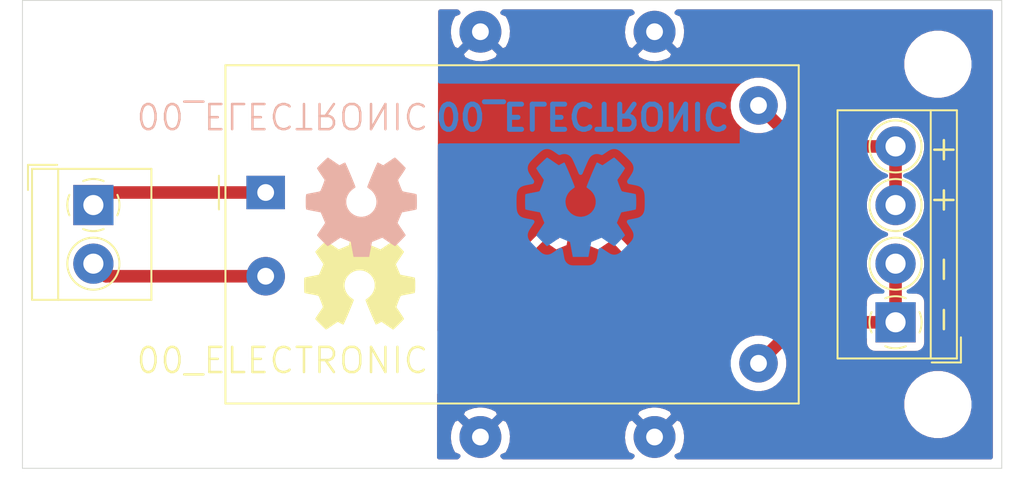
<source format=kicad_pcb>
(kicad_pcb (version 20171130) (host pcbnew 5.1.5-52549c5~86~ubuntu18.04.1)

  (general
    (thickness 1.6)
    (drawings 9)
    (tracks 10)
    (zones 0)
    (modules 15)
    (nets 6)
  )

  (page A4)
  (title_block
    (title "D00 Electronic")
    (company Galopago)
  )

  (layers
    (0 F.Cu signal)
    (31 B.Cu signal)
    (32 B.Adhes user)
    (33 F.Adhes user)
    (34 B.Paste user)
    (35 F.Paste user)
    (36 B.SilkS user)
    (37 F.SilkS user)
    (38 B.Mask user)
    (39 F.Mask user)
    (40 Dwgs.User user)
    (41 Cmts.User user)
    (42 Eco1.User user)
    (43 Eco2.User user)
    (44 Edge.Cuts user)
    (45 Margin user)
    (46 B.CrtYd user)
    (47 F.CrtYd user)
    (48 B.Fab user)
    (49 F.Fab user)
  )

  (setup
    (last_trace_width 0.75)
    (trace_clearance 0.2)
    (zone_clearance 0.508)
    (zone_45_only no)
    (trace_min 0.2)
    (via_size 0.8)
    (via_drill 0.4)
    (via_min_size 0.4)
    (via_min_drill 0.3)
    (uvia_size 0.3)
    (uvia_drill 0.1)
    (uvias_allowed no)
    (uvia_min_size 0.2)
    (uvia_min_drill 0.1)
    (edge_width 0.05)
    (segment_width 0.2)
    (pcb_text_width 0.3)
    (pcb_text_size 1.5 1.5)
    (mod_edge_width 0.12)
    (mod_text_size 1 1)
    (mod_text_width 0.15)
    (pad_size 3 3)
    (pad_drill 3)
    (pad_to_mask_clearance 0.051)
    (solder_mask_min_width 0.25)
    (aux_axis_origin 0 0)
    (visible_elements FFFFFF7F)
    (pcbplotparams
      (layerselection 0x01000_7fffffff)
      (usegerberextensions false)
      (usegerberattributes false)
      (usegerberadvancedattributes false)
      (creategerberjobfile false)
      (excludeedgelayer true)
      (linewidth 0.100000)
      (plotframeref false)
      (viasonmask false)
      (mode 1)
      (useauxorigin false)
      (hpglpennumber 1)
      (hpglpenspeed 20)
      (hpglpendiameter 15.000000)
      (psnegative false)
      (psa4output false)
      (plotreference true)
      (plotvalue true)
      (plotinvisibletext false)
      (padsonsilk false)
      (subtractmaskfromsilk false)
      (outputformat 5)
      (mirror false)
      (drillshape 2)
      (scaleselection 1)
      (outputdirectory "gerber/single/"))
  )

  (net 0 "")
  (net 1 "Net-(J0-Pad1)")
  (net 2 "Net-(J4-Pad2)")
  (net 3 "Net-(J4-Pad1)")
  (net 4 "Net-(J5-Pad3)")
  (net 5 "Net-(J5-Pad1)")

  (net_class Default "This is the default net class."
    (clearance 0.2)
    (trace_width 0.75)
    (via_dia 0.8)
    (via_drill 0.4)
    (uvia_dia 0.3)
    (uvia_drill 0.1)
    (add_net "Net-(J0-Pad1)")
    (add_net "Net-(J4-Pad1)")
    (add_net "Net-(J4-Pad2)")
    (add_net "Net-(J5-Pad1)")
    (add_net "Net-(J5-Pad3)")
  )

  (module Symbol:OSHW-Symbol_6.7x6mm_Copper (layer F.Cu) (tedit 0) (tstamp 5F51EC33)
    (at 53.086 36.703)
    (descr "Open Source Hardware Symbol")
    (tags "Logo Symbol OSHW")
    (attr virtual)
    (fp_text reference REF** (at 0 0) (layer F.SilkS) hide
      (effects (font (size 1 1) (thickness 0.15)))
    )
    (fp_text value OSHW-Symbol_6.7x6mm_Copper (at 0.75 0) (layer F.Fab) hide
      (effects (font (size 1 1) (thickness 0.15)))
    )
    (fp_poly (pts (xy 0.555814 -2.531069) (xy 0.639635 -2.086445) (xy 0.94892 -1.958947) (xy 1.258206 -1.831449)
      (xy 1.629246 -2.083754) (xy 1.733157 -2.154004) (xy 1.827087 -2.216728) (xy 1.906652 -2.269062)
      (xy 1.96747 -2.308143) (xy 2.005157 -2.331107) (xy 2.015421 -2.336058) (xy 2.03391 -2.323324)
      (xy 2.07342 -2.288118) (xy 2.129522 -2.234938) (xy 2.197787 -2.168282) (xy 2.273786 -2.092646)
      (xy 2.353092 -2.012528) (xy 2.431275 -1.932426) (xy 2.503907 -1.856836) (xy 2.566559 -1.790255)
      (xy 2.614803 -1.737182) (xy 2.64421 -1.702113) (xy 2.651241 -1.690377) (xy 2.641123 -1.66874)
      (xy 2.612759 -1.621338) (xy 2.569129 -1.552807) (xy 2.513218 -1.467785) (xy 2.448006 -1.370907)
      (xy 2.410219 -1.31565) (xy 2.341343 -1.214752) (xy 2.28014 -1.123701) (xy 2.229578 -1.04703)
      (xy 2.192628 -0.989272) (xy 2.172258 -0.954957) (xy 2.169197 -0.947746) (xy 2.176136 -0.927252)
      (xy 2.195051 -0.879487) (xy 2.223087 -0.811168) (xy 2.257391 -0.729011) (xy 2.295109 -0.63973)
      (xy 2.333387 -0.550042) (xy 2.36937 -0.466662) (xy 2.400206 -0.396306) (xy 2.423039 -0.34569)
      (xy 2.435017 -0.321529) (xy 2.435724 -0.320578) (xy 2.454531 -0.315964) (xy 2.504618 -0.305672)
      (xy 2.580793 -0.290713) (xy 2.677865 -0.272099) (xy 2.790643 -0.250841) (xy 2.856442 -0.238582)
      (xy 2.97695 -0.215638) (xy 3.085797 -0.193805) (xy 3.177476 -0.174278) (xy 3.246481 -0.158252)
      (xy 3.287304 -0.146921) (xy 3.295511 -0.143326) (xy 3.303548 -0.118994) (xy 3.310033 -0.064041)
      (xy 3.31497 0.015108) (xy 3.318364 0.112026) (xy 3.320218 0.220287) (xy 3.320538 0.333465)
      (xy 3.319327 0.445135) (xy 3.31659 0.548868) (xy 3.312331 0.638241) (xy 3.306555 0.706826)
      (xy 3.299267 0.748197) (xy 3.294895 0.75681) (xy 3.268764 0.767133) (xy 3.213393 0.781892)
      (xy 3.136107 0.799352) (xy 3.04423 0.81778) (xy 3.012158 0.823741) (xy 2.857524 0.852066)
      (xy 2.735375 0.874876) (xy 2.641673 0.89308) (xy 2.572384 0.907583) (xy 2.523471 0.919292)
      (xy 2.490897 0.929115) (xy 2.470628 0.937956) (xy 2.458626 0.946724) (xy 2.456947 0.948457)
      (xy 2.440184 0.976371) (xy 2.414614 1.030695) (xy 2.382788 1.104777) (xy 2.34726 1.191965)
      (xy 2.310583 1.285608) (xy 2.275311 1.379052) (xy 2.243996 1.465647) (xy 2.219193 1.53874)
      (xy 2.203454 1.591678) (xy 2.199332 1.617811) (xy 2.199676 1.618726) (xy 2.213641 1.640086)
      (xy 2.245322 1.687084) (xy 2.291391 1.754827) (xy 2.348518 1.838423) (xy 2.413373 1.932982)
      (xy 2.431843 1.959854) (xy 2.497699 2.057275) (xy 2.55565 2.146163) (xy 2.602538 2.221412)
      (xy 2.635207 2.27792) (xy 2.6505 2.310581) (xy 2.651241 2.314593) (xy 2.638392 2.335684)
      (xy 2.602888 2.377464) (xy 2.549293 2.435445) (xy 2.482171 2.505135) (xy 2.406087 2.582045)
      (xy 2.325604 2.661683) (xy 2.245287 2.739561) (xy 2.169699 2.811186) (xy 2.103405 2.87207)
      (xy 2.050969 2.917721) (xy 2.016955 2.94365) (xy 2.007545 2.947883) (xy 1.985643 2.937912)
      (xy 1.9408 2.91102) (xy 1.880321 2.871736) (xy 1.833789 2.840117) (xy 1.749475 2.782098)
      (xy 1.649626 2.713784) (xy 1.549473 2.645579) (xy 1.495627 2.609075) (xy 1.313371 2.4858)
      (xy 1.160381 2.56852) (xy 1.090682 2.604759) (xy 1.031414 2.632926) (xy 0.991311 2.648991)
      (xy 0.981103 2.651226) (xy 0.968829 2.634722) (xy 0.944613 2.588082) (xy 0.910263 2.515609)
      (xy 0.867588 2.421606) (xy 0.818394 2.310374) (xy 0.76449 2.186215) (xy 0.707684 2.053432)
      (xy 0.649782 1.916327) (xy 0.592593 1.779202) (xy 0.537924 1.646358) (xy 0.487584 1.522098)
      (xy 0.44338 1.410725) (xy 0.407119 1.316539) (xy 0.380609 1.243844) (xy 0.365658 1.196941)
      (xy 0.363254 1.180833) (xy 0.382311 1.160286) (xy 0.424036 1.126933) (xy 0.479706 1.087702)
      (xy 0.484378 1.084599) (xy 0.628264 0.969423) (xy 0.744283 0.835053) (xy 0.83143 0.685784)
      (xy 0.888699 0.525913) (xy 0.915086 0.359737) (xy 0.909585 0.191552) (xy 0.87119 0.025655)
      (xy 0.798895 -0.133658) (xy 0.777626 -0.168513) (xy 0.666996 -0.309263) (xy 0.536302 -0.422286)
      (xy 0.390064 -0.506997) (xy 0.232808 -0.562806) (xy 0.069057 -0.589126) (xy -0.096667 -0.58537)
      (xy -0.259838 -0.55095) (xy -0.415935 -0.485277) (xy -0.560433 -0.387765) (xy -0.605131 -0.348187)
      (xy -0.718888 -0.224297) (xy -0.801782 -0.093876) (xy -0.858644 0.052315) (xy -0.890313 0.197088)
      (xy -0.898131 0.35986) (xy -0.872062 0.52344) (xy -0.814755 0.682298) (xy -0.728856 0.830906)
      (xy -0.617014 0.963735) (xy -0.481877 1.075256) (xy -0.464117 1.087011) (xy -0.40785 1.125508)
      (xy -0.365077 1.158863) (xy -0.344628 1.18016) (xy -0.344331 1.180833) (xy -0.348721 1.203871)
      (xy -0.366124 1.256157) (xy -0.394732 1.33339) (xy -0.432735 1.431268) (xy -0.478326 1.545491)
      (xy -0.529697 1.671758) (xy -0.585038 1.805767) (xy -0.642542 1.943218) (xy -0.700399 2.079808)
      (xy -0.756802 2.211237) (xy -0.809942 2.333205) (xy -0.85801 2.441409) (xy -0.899199 2.531549)
      (xy -0.931699 2.599323) (xy -0.953703 2.64043) (xy -0.962564 2.651226) (xy -0.98964 2.642819)
      (xy -1.040303 2.620272) (xy -1.105817 2.587613) (xy -1.141841 2.56852) (xy -1.294832 2.4858)
      (xy -1.477088 2.609075) (xy -1.570125 2.672228) (xy -1.671985 2.741727) (xy -1.767438 2.807165)
      (xy -1.81525 2.840117) (xy -1.882495 2.885273) (xy -1.939436 2.921057) (xy -1.978646 2.942938)
      (xy -1.991381 2.947563) (xy -2.009917 2.935085) (xy -2.050941 2.900252) (xy -2.110475 2.846678)
      (xy -2.184542 2.777983) (xy -2.269165 2.697781) (xy -2.322685 2.646286) (xy -2.416319 2.554286)
      (xy -2.497241 2.471999) (xy -2.562177 2.402945) (xy -2.607858 2.350644) (xy -2.631011 2.318616)
      (xy -2.633232 2.312116) (xy -2.622924 2.287394) (xy -2.594439 2.237405) (xy -2.550937 2.167212)
      (xy -2.495577 2.081875) (xy -2.43152 1.986456) (xy -2.413303 1.959854) (xy -2.346927 1.863167)
      (xy -2.287378 1.776117) (xy -2.237984 1.703595) (xy -2.202075 1.650493) (xy -2.182981 1.621703)
      (xy -2.181136 1.618726) (xy -2.183895 1.595782) (xy -2.198538 1.545336) (xy -2.222513 1.474041)
      (xy -2.253266 1.388547) (xy -2.288244 1.295507) (xy -2.324893 1.201574) (xy -2.360661 1.113399)
      (xy -2.392994 1.037634) (xy -2.419338 0.980931) (xy -2.437142 0.949943) (xy -2.438407 0.948457)
      (xy -2.449294 0.939601) (xy -2.467682 0.930843) (xy -2.497606 0.921277) (xy -2.543103 0.909996)
      (xy -2.608209 0.896093) (xy -2.696961 0.878663) (xy -2.813393 0.856798) (xy -2.961542 0.829591)
      (xy -2.993618 0.823741) (xy -3.088686 0.805374) (xy -3.171565 0.787405) (xy -3.23493 0.771569)
      (xy -3.271458 0.7596) (xy -3.276356 0.75681) (xy -3.284427 0.732072) (xy -3.290987 0.67679)
      (xy -3.296033 0.597389) (xy -3.299559 0.500296) (xy -3.301561 0.391938) (xy -3.302036 0.27874)
      (xy -3.300977 0.167128) (xy -3.298382 0.063529) (xy -3.294246 -0.025632) (xy -3.288563 -0.093928)
      (xy -3.281331 -0.134934) (xy -3.276971 -0.143326) (xy -3.252698 -0.151792) (xy -3.197426 -0.165565)
      (xy -3.116662 -0.18345) (xy -3.015912 -0.204252) (xy -2.900683 -0.226777) (xy -2.837902 -0.238582)
      (xy -2.718787 -0.260849) (xy -2.612565 -0.281021) (xy -2.524427 -0.298085) (xy -2.459566 -0.311031)
      (xy -2.423174 -0.318845) (xy -2.417184 -0.320578) (xy -2.407061 -0.34011) (xy -2.385662 -0.387157)
      (xy -2.355839 -0.454997) (xy -2.320445 -0.536909) (xy -2.282332 -0.626172) (xy -2.244353 -0.716065)
      (xy -2.20936 -0.799865) (xy -2.180206 -0.870853) (xy -2.159743 -0.922306) (xy -2.150823 -0.947503)
      (xy -2.150657 -0.948604) (xy -2.160769 -0.968481) (xy -2.189117 -1.014223) (xy -2.232723 -1.081283)
      (xy -2.288606 -1.165116) (xy -2.353787 -1.261174) (xy -2.391679 -1.31635) (xy -2.460725 -1.417519)
      (xy -2.52205 -1.50937) (xy -2.572663 -1.587256) (xy -2.609571 -1.646531) (xy -2.629782 -1.682549)
      (xy -2.632701 -1.690623) (xy -2.620153 -1.709416) (xy -2.585463 -1.749543) (xy -2.533063 -1.806507)
      (xy -2.467384 -1.875815) (xy -2.392856 -1.952969) (xy -2.313913 -2.033475) (xy -2.234983 -2.112837)
      (xy -2.1605 -2.18656) (xy -2.094894 -2.250148) (xy -2.042596 -2.299106) (xy -2.008039 -2.328939)
      (xy -1.996478 -2.336058) (xy -1.977654 -2.326047) (xy -1.932631 -2.297922) (xy -1.865787 -2.254546)
      (xy -1.781499 -2.198782) (xy -1.684144 -2.133494) (xy -1.610707 -2.083754) (xy -1.239667 -1.831449)
      (xy -0.621095 -2.086445) (xy -0.537275 -2.531069) (xy -0.453454 -2.975693) (xy 0.471994 -2.975693)
      (xy 0.555814 -2.531069)) (layer F.Cu) (width 0.01))
  )

  (module Symbol:OSHW-Symbol_6.7x6mm_Copper (layer B.Cu) (tedit 0) (tstamp 5F51EC2D)
    (at 53.2892 32.3342)
    (descr "Open Source Hardware Symbol")
    (tags "Logo Symbol OSHW")
    (attr virtual)
    (fp_text reference REF** (at 0 0) (layer B.SilkS) hide
      (effects (font (size 1 1) (thickness 0.15)) (justify mirror))
    )
    (fp_text value OSHW-Symbol_6.7x6mm_Copper (at 0.75 0) (layer B.Fab) hide
      (effects (font (size 1 1) (thickness 0.15)) (justify mirror))
    )
    (fp_poly (pts (xy 0.555814 2.531069) (xy 0.639635 2.086445) (xy 0.94892 1.958947) (xy 1.258206 1.831449)
      (xy 1.629246 2.083754) (xy 1.733157 2.154004) (xy 1.827087 2.216728) (xy 1.906652 2.269062)
      (xy 1.96747 2.308143) (xy 2.005157 2.331107) (xy 2.015421 2.336058) (xy 2.03391 2.323324)
      (xy 2.07342 2.288118) (xy 2.129522 2.234938) (xy 2.197787 2.168282) (xy 2.273786 2.092646)
      (xy 2.353092 2.012528) (xy 2.431275 1.932426) (xy 2.503907 1.856836) (xy 2.566559 1.790255)
      (xy 2.614803 1.737182) (xy 2.64421 1.702113) (xy 2.651241 1.690377) (xy 2.641123 1.66874)
      (xy 2.612759 1.621338) (xy 2.569129 1.552807) (xy 2.513218 1.467785) (xy 2.448006 1.370907)
      (xy 2.410219 1.31565) (xy 2.341343 1.214752) (xy 2.28014 1.123701) (xy 2.229578 1.04703)
      (xy 2.192628 0.989272) (xy 2.172258 0.954957) (xy 2.169197 0.947746) (xy 2.176136 0.927252)
      (xy 2.195051 0.879487) (xy 2.223087 0.811168) (xy 2.257391 0.729011) (xy 2.295109 0.63973)
      (xy 2.333387 0.550042) (xy 2.36937 0.466662) (xy 2.400206 0.396306) (xy 2.423039 0.34569)
      (xy 2.435017 0.321529) (xy 2.435724 0.320578) (xy 2.454531 0.315964) (xy 2.504618 0.305672)
      (xy 2.580793 0.290713) (xy 2.677865 0.272099) (xy 2.790643 0.250841) (xy 2.856442 0.238582)
      (xy 2.97695 0.215638) (xy 3.085797 0.193805) (xy 3.177476 0.174278) (xy 3.246481 0.158252)
      (xy 3.287304 0.146921) (xy 3.295511 0.143326) (xy 3.303548 0.118994) (xy 3.310033 0.064041)
      (xy 3.31497 -0.015108) (xy 3.318364 -0.112026) (xy 3.320218 -0.220287) (xy 3.320538 -0.333465)
      (xy 3.319327 -0.445135) (xy 3.31659 -0.548868) (xy 3.312331 -0.638241) (xy 3.306555 -0.706826)
      (xy 3.299267 -0.748197) (xy 3.294895 -0.75681) (xy 3.268764 -0.767133) (xy 3.213393 -0.781892)
      (xy 3.136107 -0.799352) (xy 3.04423 -0.81778) (xy 3.012158 -0.823741) (xy 2.857524 -0.852066)
      (xy 2.735375 -0.874876) (xy 2.641673 -0.89308) (xy 2.572384 -0.907583) (xy 2.523471 -0.919292)
      (xy 2.490897 -0.929115) (xy 2.470628 -0.937956) (xy 2.458626 -0.946724) (xy 2.456947 -0.948457)
      (xy 2.440184 -0.976371) (xy 2.414614 -1.030695) (xy 2.382788 -1.104777) (xy 2.34726 -1.191965)
      (xy 2.310583 -1.285608) (xy 2.275311 -1.379052) (xy 2.243996 -1.465647) (xy 2.219193 -1.53874)
      (xy 2.203454 -1.591678) (xy 2.199332 -1.617811) (xy 2.199676 -1.618726) (xy 2.213641 -1.640086)
      (xy 2.245322 -1.687084) (xy 2.291391 -1.754827) (xy 2.348518 -1.838423) (xy 2.413373 -1.932982)
      (xy 2.431843 -1.959854) (xy 2.497699 -2.057275) (xy 2.55565 -2.146163) (xy 2.602538 -2.221412)
      (xy 2.635207 -2.27792) (xy 2.6505 -2.310581) (xy 2.651241 -2.314593) (xy 2.638392 -2.335684)
      (xy 2.602888 -2.377464) (xy 2.549293 -2.435445) (xy 2.482171 -2.505135) (xy 2.406087 -2.582045)
      (xy 2.325604 -2.661683) (xy 2.245287 -2.739561) (xy 2.169699 -2.811186) (xy 2.103405 -2.87207)
      (xy 2.050969 -2.917721) (xy 2.016955 -2.94365) (xy 2.007545 -2.947883) (xy 1.985643 -2.937912)
      (xy 1.9408 -2.91102) (xy 1.880321 -2.871736) (xy 1.833789 -2.840117) (xy 1.749475 -2.782098)
      (xy 1.649626 -2.713784) (xy 1.549473 -2.645579) (xy 1.495627 -2.609075) (xy 1.313371 -2.4858)
      (xy 1.160381 -2.56852) (xy 1.090682 -2.604759) (xy 1.031414 -2.632926) (xy 0.991311 -2.648991)
      (xy 0.981103 -2.651226) (xy 0.968829 -2.634722) (xy 0.944613 -2.588082) (xy 0.910263 -2.515609)
      (xy 0.867588 -2.421606) (xy 0.818394 -2.310374) (xy 0.76449 -2.186215) (xy 0.707684 -2.053432)
      (xy 0.649782 -1.916327) (xy 0.592593 -1.779202) (xy 0.537924 -1.646358) (xy 0.487584 -1.522098)
      (xy 0.44338 -1.410725) (xy 0.407119 -1.316539) (xy 0.380609 -1.243844) (xy 0.365658 -1.196941)
      (xy 0.363254 -1.180833) (xy 0.382311 -1.160286) (xy 0.424036 -1.126933) (xy 0.479706 -1.087702)
      (xy 0.484378 -1.084599) (xy 0.628264 -0.969423) (xy 0.744283 -0.835053) (xy 0.83143 -0.685784)
      (xy 0.888699 -0.525913) (xy 0.915086 -0.359737) (xy 0.909585 -0.191552) (xy 0.87119 -0.025655)
      (xy 0.798895 0.133658) (xy 0.777626 0.168513) (xy 0.666996 0.309263) (xy 0.536302 0.422286)
      (xy 0.390064 0.506997) (xy 0.232808 0.562806) (xy 0.069057 0.589126) (xy -0.096667 0.58537)
      (xy -0.259838 0.55095) (xy -0.415935 0.485277) (xy -0.560433 0.387765) (xy -0.605131 0.348187)
      (xy -0.718888 0.224297) (xy -0.801782 0.093876) (xy -0.858644 -0.052315) (xy -0.890313 -0.197088)
      (xy -0.898131 -0.35986) (xy -0.872062 -0.52344) (xy -0.814755 -0.682298) (xy -0.728856 -0.830906)
      (xy -0.617014 -0.963735) (xy -0.481877 -1.075256) (xy -0.464117 -1.087011) (xy -0.40785 -1.125508)
      (xy -0.365077 -1.158863) (xy -0.344628 -1.18016) (xy -0.344331 -1.180833) (xy -0.348721 -1.203871)
      (xy -0.366124 -1.256157) (xy -0.394732 -1.33339) (xy -0.432735 -1.431268) (xy -0.478326 -1.545491)
      (xy -0.529697 -1.671758) (xy -0.585038 -1.805767) (xy -0.642542 -1.943218) (xy -0.700399 -2.079808)
      (xy -0.756802 -2.211237) (xy -0.809942 -2.333205) (xy -0.85801 -2.441409) (xy -0.899199 -2.531549)
      (xy -0.931699 -2.599323) (xy -0.953703 -2.64043) (xy -0.962564 -2.651226) (xy -0.98964 -2.642819)
      (xy -1.040303 -2.620272) (xy -1.105817 -2.587613) (xy -1.141841 -2.56852) (xy -1.294832 -2.4858)
      (xy -1.477088 -2.609075) (xy -1.570125 -2.672228) (xy -1.671985 -2.741727) (xy -1.767438 -2.807165)
      (xy -1.81525 -2.840117) (xy -1.882495 -2.885273) (xy -1.939436 -2.921057) (xy -1.978646 -2.942938)
      (xy -1.991381 -2.947563) (xy -2.009917 -2.935085) (xy -2.050941 -2.900252) (xy -2.110475 -2.846678)
      (xy -2.184542 -2.777983) (xy -2.269165 -2.697781) (xy -2.322685 -2.646286) (xy -2.416319 -2.554286)
      (xy -2.497241 -2.471999) (xy -2.562177 -2.402945) (xy -2.607858 -2.350644) (xy -2.631011 -2.318616)
      (xy -2.633232 -2.312116) (xy -2.622924 -2.287394) (xy -2.594439 -2.237405) (xy -2.550937 -2.167212)
      (xy -2.495577 -2.081875) (xy -2.43152 -1.986456) (xy -2.413303 -1.959854) (xy -2.346927 -1.863167)
      (xy -2.287378 -1.776117) (xy -2.237984 -1.703595) (xy -2.202075 -1.650493) (xy -2.182981 -1.621703)
      (xy -2.181136 -1.618726) (xy -2.183895 -1.595782) (xy -2.198538 -1.545336) (xy -2.222513 -1.474041)
      (xy -2.253266 -1.388547) (xy -2.288244 -1.295507) (xy -2.324893 -1.201574) (xy -2.360661 -1.113399)
      (xy -2.392994 -1.037634) (xy -2.419338 -0.980931) (xy -2.437142 -0.949943) (xy -2.438407 -0.948457)
      (xy -2.449294 -0.939601) (xy -2.467682 -0.930843) (xy -2.497606 -0.921277) (xy -2.543103 -0.909996)
      (xy -2.608209 -0.896093) (xy -2.696961 -0.878663) (xy -2.813393 -0.856798) (xy -2.961542 -0.829591)
      (xy -2.993618 -0.823741) (xy -3.088686 -0.805374) (xy -3.171565 -0.787405) (xy -3.23493 -0.771569)
      (xy -3.271458 -0.7596) (xy -3.276356 -0.75681) (xy -3.284427 -0.732072) (xy -3.290987 -0.67679)
      (xy -3.296033 -0.597389) (xy -3.299559 -0.500296) (xy -3.301561 -0.391938) (xy -3.302036 -0.27874)
      (xy -3.300977 -0.167128) (xy -3.298382 -0.063529) (xy -3.294246 0.025632) (xy -3.288563 0.093928)
      (xy -3.281331 0.134934) (xy -3.276971 0.143326) (xy -3.252698 0.151792) (xy -3.197426 0.165565)
      (xy -3.116662 0.18345) (xy -3.015912 0.204252) (xy -2.900683 0.226777) (xy -2.837902 0.238582)
      (xy -2.718787 0.260849) (xy -2.612565 0.281021) (xy -2.524427 0.298085) (xy -2.459566 0.311031)
      (xy -2.423174 0.318845) (xy -2.417184 0.320578) (xy -2.407061 0.34011) (xy -2.385662 0.387157)
      (xy -2.355839 0.454997) (xy -2.320445 0.536909) (xy -2.282332 0.626172) (xy -2.244353 0.716065)
      (xy -2.20936 0.799865) (xy -2.180206 0.870853) (xy -2.159743 0.922306) (xy -2.150823 0.947503)
      (xy -2.150657 0.948604) (xy -2.160769 0.968481) (xy -2.189117 1.014223) (xy -2.232723 1.081283)
      (xy -2.288606 1.165116) (xy -2.353787 1.261174) (xy -2.391679 1.31635) (xy -2.460725 1.417519)
      (xy -2.52205 1.50937) (xy -2.572663 1.587256) (xy -2.609571 1.646531) (xy -2.629782 1.682549)
      (xy -2.632701 1.690623) (xy -2.620153 1.709416) (xy -2.585463 1.749543) (xy -2.533063 1.806507)
      (xy -2.467384 1.875815) (xy -2.392856 1.952969) (xy -2.313913 2.033475) (xy -2.234983 2.112837)
      (xy -2.1605 2.18656) (xy -2.094894 2.250148) (xy -2.042596 2.299106) (xy -2.008039 2.328939)
      (xy -1.996478 2.336058) (xy -1.977654 2.326047) (xy -1.932631 2.297922) (xy -1.865787 2.254546)
      (xy -1.781499 2.198782) (xy -1.684144 2.133494) (xy -1.610707 2.083754) (xy -1.239667 1.831449)
      (xy -0.621095 2.086445) (xy -0.537275 2.531069) (xy -0.453454 2.975693) (xy 0.471994 2.975693)
      (xy 0.555814 2.531069)) (layer B.Cu) (width 0.01))
  )

  (module Symbol:OSHW-Symbol_6.7x6mm_SilkScreen (layer F.Cu) (tedit 0) (tstamp 5F51EAB5)
    (at 40.1066 36.703)
    (descr "Open Source Hardware Symbol")
    (tags "Logo Symbol OSHW")
    (attr virtual)
    (fp_text reference REF** (at 0 0) (layer F.SilkS) hide
      (effects (font (size 1 1) (thickness 0.15)))
    )
    (fp_text value OSHW-Symbol_6.7x6mm_SilkScreen (at 0.75 0) (layer F.Fab) hide
      (effects (font (size 1 1) (thickness 0.15)))
    )
    (fp_poly (pts (xy 0.555814 -2.531069) (xy 0.639635 -2.086445) (xy 0.94892 -1.958947) (xy 1.258206 -1.831449)
      (xy 1.629246 -2.083754) (xy 1.733157 -2.154004) (xy 1.827087 -2.216728) (xy 1.906652 -2.269062)
      (xy 1.96747 -2.308143) (xy 2.005157 -2.331107) (xy 2.015421 -2.336058) (xy 2.03391 -2.323324)
      (xy 2.07342 -2.288118) (xy 2.129522 -2.234938) (xy 2.197787 -2.168282) (xy 2.273786 -2.092646)
      (xy 2.353092 -2.012528) (xy 2.431275 -1.932426) (xy 2.503907 -1.856836) (xy 2.566559 -1.790255)
      (xy 2.614803 -1.737182) (xy 2.64421 -1.702113) (xy 2.651241 -1.690377) (xy 2.641123 -1.66874)
      (xy 2.612759 -1.621338) (xy 2.569129 -1.552807) (xy 2.513218 -1.467785) (xy 2.448006 -1.370907)
      (xy 2.410219 -1.31565) (xy 2.341343 -1.214752) (xy 2.28014 -1.123701) (xy 2.229578 -1.04703)
      (xy 2.192628 -0.989272) (xy 2.172258 -0.954957) (xy 2.169197 -0.947746) (xy 2.176136 -0.927252)
      (xy 2.195051 -0.879487) (xy 2.223087 -0.811168) (xy 2.257391 -0.729011) (xy 2.295109 -0.63973)
      (xy 2.333387 -0.550042) (xy 2.36937 -0.466662) (xy 2.400206 -0.396306) (xy 2.423039 -0.34569)
      (xy 2.435017 -0.321529) (xy 2.435724 -0.320578) (xy 2.454531 -0.315964) (xy 2.504618 -0.305672)
      (xy 2.580793 -0.290713) (xy 2.677865 -0.272099) (xy 2.790643 -0.250841) (xy 2.856442 -0.238582)
      (xy 2.97695 -0.215638) (xy 3.085797 -0.193805) (xy 3.177476 -0.174278) (xy 3.246481 -0.158252)
      (xy 3.287304 -0.146921) (xy 3.295511 -0.143326) (xy 3.303548 -0.118994) (xy 3.310033 -0.064041)
      (xy 3.31497 0.015108) (xy 3.318364 0.112026) (xy 3.320218 0.220287) (xy 3.320538 0.333465)
      (xy 3.319327 0.445135) (xy 3.31659 0.548868) (xy 3.312331 0.638241) (xy 3.306555 0.706826)
      (xy 3.299267 0.748197) (xy 3.294895 0.75681) (xy 3.268764 0.767133) (xy 3.213393 0.781892)
      (xy 3.136107 0.799352) (xy 3.04423 0.81778) (xy 3.012158 0.823741) (xy 2.857524 0.852066)
      (xy 2.735375 0.874876) (xy 2.641673 0.89308) (xy 2.572384 0.907583) (xy 2.523471 0.919292)
      (xy 2.490897 0.929115) (xy 2.470628 0.937956) (xy 2.458626 0.946724) (xy 2.456947 0.948457)
      (xy 2.440184 0.976371) (xy 2.414614 1.030695) (xy 2.382788 1.104777) (xy 2.34726 1.191965)
      (xy 2.310583 1.285608) (xy 2.275311 1.379052) (xy 2.243996 1.465647) (xy 2.219193 1.53874)
      (xy 2.203454 1.591678) (xy 2.199332 1.617811) (xy 2.199676 1.618726) (xy 2.213641 1.640086)
      (xy 2.245322 1.687084) (xy 2.291391 1.754827) (xy 2.348518 1.838423) (xy 2.413373 1.932982)
      (xy 2.431843 1.959854) (xy 2.497699 2.057275) (xy 2.55565 2.146163) (xy 2.602538 2.221412)
      (xy 2.635207 2.27792) (xy 2.6505 2.310581) (xy 2.651241 2.314593) (xy 2.638392 2.335684)
      (xy 2.602888 2.377464) (xy 2.549293 2.435445) (xy 2.482171 2.505135) (xy 2.406087 2.582045)
      (xy 2.325604 2.661683) (xy 2.245287 2.739561) (xy 2.169699 2.811186) (xy 2.103405 2.87207)
      (xy 2.050969 2.917721) (xy 2.016955 2.94365) (xy 2.007545 2.947883) (xy 1.985643 2.937912)
      (xy 1.9408 2.91102) (xy 1.880321 2.871736) (xy 1.833789 2.840117) (xy 1.749475 2.782098)
      (xy 1.649626 2.713784) (xy 1.549473 2.645579) (xy 1.495627 2.609075) (xy 1.313371 2.4858)
      (xy 1.160381 2.56852) (xy 1.090682 2.604759) (xy 1.031414 2.632926) (xy 0.991311 2.648991)
      (xy 0.981103 2.651226) (xy 0.968829 2.634722) (xy 0.944613 2.588082) (xy 0.910263 2.515609)
      (xy 0.867588 2.421606) (xy 0.818394 2.310374) (xy 0.76449 2.186215) (xy 0.707684 2.053432)
      (xy 0.649782 1.916327) (xy 0.592593 1.779202) (xy 0.537924 1.646358) (xy 0.487584 1.522098)
      (xy 0.44338 1.410725) (xy 0.407119 1.316539) (xy 0.380609 1.243844) (xy 0.365658 1.196941)
      (xy 0.363254 1.180833) (xy 0.382311 1.160286) (xy 0.424036 1.126933) (xy 0.479706 1.087702)
      (xy 0.484378 1.084599) (xy 0.628264 0.969423) (xy 0.744283 0.835053) (xy 0.83143 0.685784)
      (xy 0.888699 0.525913) (xy 0.915086 0.359737) (xy 0.909585 0.191552) (xy 0.87119 0.025655)
      (xy 0.798895 -0.133658) (xy 0.777626 -0.168513) (xy 0.666996 -0.309263) (xy 0.536302 -0.422286)
      (xy 0.390064 -0.506997) (xy 0.232808 -0.562806) (xy 0.069057 -0.589126) (xy -0.096667 -0.58537)
      (xy -0.259838 -0.55095) (xy -0.415935 -0.485277) (xy -0.560433 -0.387765) (xy -0.605131 -0.348187)
      (xy -0.718888 -0.224297) (xy -0.801782 -0.093876) (xy -0.858644 0.052315) (xy -0.890313 0.197088)
      (xy -0.898131 0.35986) (xy -0.872062 0.52344) (xy -0.814755 0.682298) (xy -0.728856 0.830906)
      (xy -0.617014 0.963735) (xy -0.481877 1.075256) (xy -0.464117 1.087011) (xy -0.40785 1.125508)
      (xy -0.365077 1.158863) (xy -0.344628 1.18016) (xy -0.344331 1.180833) (xy -0.348721 1.203871)
      (xy -0.366124 1.256157) (xy -0.394732 1.33339) (xy -0.432735 1.431268) (xy -0.478326 1.545491)
      (xy -0.529697 1.671758) (xy -0.585038 1.805767) (xy -0.642542 1.943218) (xy -0.700399 2.079808)
      (xy -0.756802 2.211237) (xy -0.809942 2.333205) (xy -0.85801 2.441409) (xy -0.899199 2.531549)
      (xy -0.931699 2.599323) (xy -0.953703 2.64043) (xy -0.962564 2.651226) (xy -0.98964 2.642819)
      (xy -1.040303 2.620272) (xy -1.105817 2.587613) (xy -1.141841 2.56852) (xy -1.294832 2.4858)
      (xy -1.477088 2.609075) (xy -1.570125 2.672228) (xy -1.671985 2.741727) (xy -1.767438 2.807165)
      (xy -1.81525 2.840117) (xy -1.882495 2.885273) (xy -1.939436 2.921057) (xy -1.978646 2.942938)
      (xy -1.991381 2.947563) (xy -2.009917 2.935085) (xy -2.050941 2.900252) (xy -2.110475 2.846678)
      (xy -2.184542 2.777983) (xy -2.269165 2.697781) (xy -2.322685 2.646286) (xy -2.416319 2.554286)
      (xy -2.497241 2.471999) (xy -2.562177 2.402945) (xy -2.607858 2.350644) (xy -2.631011 2.318616)
      (xy -2.633232 2.312116) (xy -2.622924 2.287394) (xy -2.594439 2.237405) (xy -2.550937 2.167212)
      (xy -2.495577 2.081875) (xy -2.43152 1.986456) (xy -2.413303 1.959854) (xy -2.346927 1.863167)
      (xy -2.287378 1.776117) (xy -2.237984 1.703595) (xy -2.202075 1.650493) (xy -2.182981 1.621703)
      (xy -2.181136 1.618726) (xy -2.183895 1.595782) (xy -2.198538 1.545336) (xy -2.222513 1.474041)
      (xy -2.253266 1.388547) (xy -2.288244 1.295507) (xy -2.324893 1.201574) (xy -2.360661 1.113399)
      (xy -2.392994 1.037634) (xy -2.419338 0.980931) (xy -2.437142 0.949943) (xy -2.438407 0.948457)
      (xy -2.449294 0.939601) (xy -2.467682 0.930843) (xy -2.497606 0.921277) (xy -2.543103 0.909996)
      (xy -2.608209 0.896093) (xy -2.696961 0.878663) (xy -2.813393 0.856798) (xy -2.961542 0.829591)
      (xy -2.993618 0.823741) (xy -3.088686 0.805374) (xy -3.171565 0.787405) (xy -3.23493 0.771569)
      (xy -3.271458 0.7596) (xy -3.276356 0.75681) (xy -3.284427 0.732072) (xy -3.290987 0.67679)
      (xy -3.296033 0.597389) (xy -3.299559 0.500296) (xy -3.301561 0.391938) (xy -3.302036 0.27874)
      (xy -3.300977 0.167128) (xy -3.298382 0.063529) (xy -3.294246 -0.025632) (xy -3.288563 -0.093928)
      (xy -3.281331 -0.134934) (xy -3.276971 -0.143326) (xy -3.252698 -0.151792) (xy -3.197426 -0.165565)
      (xy -3.116662 -0.18345) (xy -3.015912 -0.204252) (xy -2.900683 -0.226777) (xy -2.837902 -0.238582)
      (xy -2.718787 -0.260849) (xy -2.612565 -0.281021) (xy -2.524427 -0.298085) (xy -2.459566 -0.311031)
      (xy -2.423174 -0.318845) (xy -2.417184 -0.320578) (xy -2.407061 -0.34011) (xy -2.385662 -0.387157)
      (xy -2.355839 -0.454997) (xy -2.320445 -0.536909) (xy -2.282332 -0.626172) (xy -2.244353 -0.716065)
      (xy -2.20936 -0.799865) (xy -2.180206 -0.870853) (xy -2.159743 -0.922306) (xy -2.150823 -0.947503)
      (xy -2.150657 -0.948604) (xy -2.160769 -0.968481) (xy -2.189117 -1.014223) (xy -2.232723 -1.081283)
      (xy -2.288606 -1.165116) (xy -2.353787 -1.261174) (xy -2.391679 -1.31635) (xy -2.460725 -1.417519)
      (xy -2.52205 -1.50937) (xy -2.572663 -1.587256) (xy -2.609571 -1.646531) (xy -2.629782 -1.682549)
      (xy -2.632701 -1.690623) (xy -2.620153 -1.709416) (xy -2.585463 -1.749543) (xy -2.533063 -1.806507)
      (xy -2.467384 -1.875815) (xy -2.392856 -1.952969) (xy -2.313913 -2.033475) (xy -2.234983 -2.112837)
      (xy -2.1605 -2.18656) (xy -2.094894 -2.250148) (xy -2.042596 -2.299106) (xy -2.008039 -2.328939)
      (xy -1.996478 -2.336058) (xy -1.977654 -2.326047) (xy -1.932631 -2.297922) (xy -1.865787 -2.254546)
      (xy -1.781499 -2.198782) (xy -1.684144 -2.133494) (xy -1.610707 -2.083754) (xy -1.239667 -1.831449)
      (xy -0.621095 -2.086445) (xy -0.537275 -2.531069) (xy -0.453454 -2.975693) (xy 0.471994 -2.975693)
      (xy 0.555814 -2.531069)) (layer F.SilkS) (width 0.01))
  )

  (module Symbol:OSHW-Symbol_6.7x6mm_SilkScreen (layer B.Cu) (tedit 0) (tstamp 5F51EAAF)
    (at 40.2082 32.3342)
    (descr "Open Source Hardware Symbol")
    (tags "Logo Symbol OSHW")
    (attr virtual)
    (fp_text reference REF** (at 0 0) (layer B.SilkS) hide
      (effects (font (size 1 1) (thickness 0.15)) (justify mirror))
    )
    (fp_text value OSHW-Symbol_6.7x6mm_SilkScreen (at 0.75 0) (layer B.Fab) hide
      (effects (font (size 1 1) (thickness 0.15)) (justify mirror))
    )
    (fp_poly (pts (xy 0.555814 2.531069) (xy 0.639635 2.086445) (xy 0.94892 1.958947) (xy 1.258206 1.831449)
      (xy 1.629246 2.083754) (xy 1.733157 2.154004) (xy 1.827087 2.216728) (xy 1.906652 2.269062)
      (xy 1.96747 2.308143) (xy 2.005157 2.331107) (xy 2.015421 2.336058) (xy 2.03391 2.323324)
      (xy 2.07342 2.288118) (xy 2.129522 2.234938) (xy 2.197787 2.168282) (xy 2.273786 2.092646)
      (xy 2.353092 2.012528) (xy 2.431275 1.932426) (xy 2.503907 1.856836) (xy 2.566559 1.790255)
      (xy 2.614803 1.737182) (xy 2.64421 1.702113) (xy 2.651241 1.690377) (xy 2.641123 1.66874)
      (xy 2.612759 1.621338) (xy 2.569129 1.552807) (xy 2.513218 1.467785) (xy 2.448006 1.370907)
      (xy 2.410219 1.31565) (xy 2.341343 1.214752) (xy 2.28014 1.123701) (xy 2.229578 1.04703)
      (xy 2.192628 0.989272) (xy 2.172258 0.954957) (xy 2.169197 0.947746) (xy 2.176136 0.927252)
      (xy 2.195051 0.879487) (xy 2.223087 0.811168) (xy 2.257391 0.729011) (xy 2.295109 0.63973)
      (xy 2.333387 0.550042) (xy 2.36937 0.466662) (xy 2.400206 0.396306) (xy 2.423039 0.34569)
      (xy 2.435017 0.321529) (xy 2.435724 0.320578) (xy 2.454531 0.315964) (xy 2.504618 0.305672)
      (xy 2.580793 0.290713) (xy 2.677865 0.272099) (xy 2.790643 0.250841) (xy 2.856442 0.238582)
      (xy 2.97695 0.215638) (xy 3.085797 0.193805) (xy 3.177476 0.174278) (xy 3.246481 0.158252)
      (xy 3.287304 0.146921) (xy 3.295511 0.143326) (xy 3.303548 0.118994) (xy 3.310033 0.064041)
      (xy 3.31497 -0.015108) (xy 3.318364 -0.112026) (xy 3.320218 -0.220287) (xy 3.320538 -0.333465)
      (xy 3.319327 -0.445135) (xy 3.31659 -0.548868) (xy 3.312331 -0.638241) (xy 3.306555 -0.706826)
      (xy 3.299267 -0.748197) (xy 3.294895 -0.75681) (xy 3.268764 -0.767133) (xy 3.213393 -0.781892)
      (xy 3.136107 -0.799352) (xy 3.04423 -0.81778) (xy 3.012158 -0.823741) (xy 2.857524 -0.852066)
      (xy 2.735375 -0.874876) (xy 2.641673 -0.89308) (xy 2.572384 -0.907583) (xy 2.523471 -0.919292)
      (xy 2.490897 -0.929115) (xy 2.470628 -0.937956) (xy 2.458626 -0.946724) (xy 2.456947 -0.948457)
      (xy 2.440184 -0.976371) (xy 2.414614 -1.030695) (xy 2.382788 -1.104777) (xy 2.34726 -1.191965)
      (xy 2.310583 -1.285608) (xy 2.275311 -1.379052) (xy 2.243996 -1.465647) (xy 2.219193 -1.53874)
      (xy 2.203454 -1.591678) (xy 2.199332 -1.617811) (xy 2.199676 -1.618726) (xy 2.213641 -1.640086)
      (xy 2.245322 -1.687084) (xy 2.291391 -1.754827) (xy 2.348518 -1.838423) (xy 2.413373 -1.932982)
      (xy 2.431843 -1.959854) (xy 2.497699 -2.057275) (xy 2.55565 -2.146163) (xy 2.602538 -2.221412)
      (xy 2.635207 -2.27792) (xy 2.6505 -2.310581) (xy 2.651241 -2.314593) (xy 2.638392 -2.335684)
      (xy 2.602888 -2.377464) (xy 2.549293 -2.435445) (xy 2.482171 -2.505135) (xy 2.406087 -2.582045)
      (xy 2.325604 -2.661683) (xy 2.245287 -2.739561) (xy 2.169699 -2.811186) (xy 2.103405 -2.87207)
      (xy 2.050969 -2.917721) (xy 2.016955 -2.94365) (xy 2.007545 -2.947883) (xy 1.985643 -2.937912)
      (xy 1.9408 -2.91102) (xy 1.880321 -2.871736) (xy 1.833789 -2.840117) (xy 1.749475 -2.782098)
      (xy 1.649626 -2.713784) (xy 1.549473 -2.645579) (xy 1.495627 -2.609075) (xy 1.313371 -2.4858)
      (xy 1.160381 -2.56852) (xy 1.090682 -2.604759) (xy 1.031414 -2.632926) (xy 0.991311 -2.648991)
      (xy 0.981103 -2.651226) (xy 0.968829 -2.634722) (xy 0.944613 -2.588082) (xy 0.910263 -2.515609)
      (xy 0.867588 -2.421606) (xy 0.818394 -2.310374) (xy 0.76449 -2.186215) (xy 0.707684 -2.053432)
      (xy 0.649782 -1.916327) (xy 0.592593 -1.779202) (xy 0.537924 -1.646358) (xy 0.487584 -1.522098)
      (xy 0.44338 -1.410725) (xy 0.407119 -1.316539) (xy 0.380609 -1.243844) (xy 0.365658 -1.196941)
      (xy 0.363254 -1.180833) (xy 0.382311 -1.160286) (xy 0.424036 -1.126933) (xy 0.479706 -1.087702)
      (xy 0.484378 -1.084599) (xy 0.628264 -0.969423) (xy 0.744283 -0.835053) (xy 0.83143 -0.685784)
      (xy 0.888699 -0.525913) (xy 0.915086 -0.359737) (xy 0.909585 -0.191552) (xy 0.87119 -0.025655)
      (xy 0.798895 0.133658) (xy 0.777626 0.168513) (xy 0.666996 0.309263) (xy 0.536302 0.422286)
      (xy 0.390064 0.506997) (xy 0.232808 0.562806) (xy 0.069057 0.589126) (xy -0.096667 0.58537)
      (xy -0.259838 0.55095) (xy -0.415935 0.485277) (xy -0.560433 0.387765) (xy -0.605131 0.348187)
      (xy -0.718888 0.224297) (xy -0.801782 0.093876) (xy -0.858644 -0.052315) (xy -0.890313 -0.197088)
      (xy -0.898131 -0.35986) (xy -0.872062 -0.52344) (xy -0.814755 -0.682298) (xy -0.728856 -0.830906)
      (xy -0.617014 -0.963735) (xy -0.481877 -1.075256) (xy -0.464117 -1.087011) (xy -0.40785 -1.125508)
      (xy -0.365077 -1.158863) (xy -0.344628 -1.18016) (xy -0.344331 -1.180833) (xy -0.348721 -1.203871)
      (xy -0.366124 -1.256157) (xy -0.394732 -1.33339) (xy -0.432735 -1.431268) (xy -0.478326 -1.545491)
      (xy -0.529697 -1.671758) (xy -0.585038 -1.805767) (xy -0.642542 -1.943218) (xy -0.700399 -2.079808)
      (xy -0.756802 -2.211237) (xy -0.809942 -2.333205) (xy -0.85801 -2.441409) (xy -0.899199 -2.531549)
      (xy -0.931699 -2.599323) (xy -0.953703 -2.64043) (xy -0.962564 -2.651226) (xy -0.98964 -2.642819)
      (xy -1.040303 -2.620272) (xy -1.105817 -2.587613) (xy -1.141841 -2.56852) (xy -1.294832 -2.4858)
      (xy -1.477088 -2.609075) (xy -1.570125 -2.672228) (xy -1.671985 -2.741727) (xy -1.767438 -2.807165)
      (xy -1.81525 -2.840117) (xy -1.882495 -2.885273) (xy -1.939436 -2.921057) (xy -1.978646 -2.942938)
      (xy -1.991381 -2.947563) (xy -2.009917 -2.935085) (xy -2.050941 -2.900252) (xy -2.110475 -2.846678)
      (xy -2.184542 -2.777983) (xy -2.269165 -2.697781) (xy -2.322685 -2.646286) (xy -2.416319 -2.554286)
      (xy -2.497241 -2.471999) (xy -2.562177 -2.402945) (xy -2.607858 -2.350644) (xy -2.631011 -2.318616)
      (xy -2.633232 -2.312116) (xy -2.622924 -2.287394) (xy -2.594439 -2.237405) (xy -2.550937 -2.167212)
      (xy -2.495577 -2.081875) (xy -2.43152 -1.986456) (xy -2.413303 -1.959854) (xy -2.346927 -1.863167)
      (xy -2.287378 -1.776117) (xy -2.237984 -1.703595) (xy -2.202075 -1.650493) (xy -2.182981 -1.621703)
      (xy -2.181136 -1.618726) (xy -2.183895 -1.595782) (xy -2.198538 -1.545336) (xy -2.222513 -1.474041)
      (xy -2.253266 -1.388547) (xy -2.288244 -1.295507) (xy -2.324893 -1.201574) (xy -2.360661 -1.113399)
      (xy -2.392994 -1.037634) (xy -2.419338 -0.980931) (xy -2.437142 -0.949943) (xy -2.438407 -0.948457)
      (xy -2.449294 -0.939601) (xy -2.467682 -0.930843) (xy -2.497606 -0.921277) (xy -2.543103 -0.909996)
      (xy -2.608209 -0.896093) (xy -2.696961 -0.878663) (xy -2.813393 -0.856798) (xy -2.961542 -0.829591)
      (xy -2.993618 -0.823741) (xy -3.088686 -0.805374) (xy -3.171565 -0.787405) (xy -3.23493 -0.771569)
      (xy -3.271458 -0.7596) (xy -3.276356 -0.75681) (xy -3.284427 -0.732072) (xy -3.290987 -0.67679)
      (xy -3.296033 -0.597389) (xy -3.299559 -0.500296) (xy -3.301561 -0.391938) (xy -3.302036 -0.27874)
      (xy -3.300977 -0.167128) (xy -3.298382 -0.063529) (xy -3.294246 0.025632) (xy -3.288563 0.093928)
      (xy -3.281331 0.134934) (xy -3.276971 0.143326) (xy -3.252698 0.151792) (xy -3.197426 0.165565)
      (xy -3.116662 0.18345) (xy -3.015912 0.204252) (xy -2.900683 0.226777) (xy -2.837902 0.238582)
      (xy -2.718787 0.260849) (xy -2.612565 0.281021) (xy -2.524427 0.298085) (xy -2.459566 0.311031)
      (xy -2.423174 0.318845) (xy -2.417184 0.320578) (xy -2.407061 0.34011) (xy -2.385662 0.387157)
      (xy -2.355839 0.454997) (xy -2.320445 0.536909) (xy -2.282332 0.626172) (xy -2.244353 0.716065)
      (xy -2.20936 0.799865) (xy -2.180206 0.870853) (xy -2.159743 0.922306) (xy -2.150823 0.947503)
      (xy -2.150657 0.948604) (xy -2.160769 0.968481) (xy -2.189117 1.014223) (xy -2.232723 1.081283)
      (xy -2.288606 1.165116) (xy -2.353787 1.261174) (xy -2.391679 1.31635) (xy -2.460725 1.417519)
      (xy -2.52205 1.50937) (xy -2.572663 1.587256) (xy -2.609571 1.646531) (xy -2.629782 1.682549)
      (xy -2.632701 1.690623) (xy -2.620153 1.709416) (xy -2.585463 1.749543) (xy -2.533063 1.806507)
      (xy -2.467384 1.875815) (xy -2.392856 1.952969) (xy -2.313913 2.033475) (xy -2.234983 2.112837)
      (xy -2.1605 2.18656) (xy -2.094894 2.250148) (xy -2.042596 2.299106) (xy -2.008039 2.328939)
      (xy -1.996478 2.336058) (xy -1.977654 2.326047) (xy -1.932631 2.297922) (xy -1.865787 2.254546)
      (xy -1.781499 2.198782) (xy -1.684144 2.133494) (xy -1.610707 2.083754) (xy -1.239667 1.831449)
      (xy -0.621095 2.086445) (xy -0.537275 2.531069) (xy -0.453454 2.975693) (xy 0.471994 2.975693)
      (xy 0.555814 2.531069)) (layer B.SilkS) (width 0.01))
  )

  (module TerminalBlock_4Ucon:TerminalBlock_4Ucon_1x04_P3.50mm_Horizontal (layer F.Cu) (tedit 5B294E91) (tstamp 5F51CCE6)
    (at 72.0852 39.22 90)
    (descr "Terminal Block 4Ucon ItemNo. 20001, 4 pins, pitch 3.5mm, size 14.7x7mm^2, drill diamater 1.2mm, pad diameter 2.4mm, see http://www.4uconnector.com/online/object/4udrawing/20001.pdf, script-generated using https://github.com/pointhi/kicad-footprint-generator/scripts/TerminalBlock_4Ucon")
    (tags "THT Terminal Block 4Ucon ItemNo. 20001 pitch 3.5mm size 14.7x7mm^2 drill 1.2mm pad 2.4mm")
    (path /5F5ACD46)
    (fp_text reference J5 (at 5.25 -4.46 90) (layer F.SilkS) hide
      (effects (font (size 1 1) (thickness 0.15)))
    )
    (fp_text value Conn_01x04_Female (at 5.25 4.66 90) (layer F.Fab)
      (effects (font (size 1 1) (thickness 0.15)))
    )
    (fp_text user %R (at 5.25 2.9 90) (layer F.Fab)
      (effects (font (size 1 1) (thickness 0.15)))
    )
    (fp_line (start 13.1 -3.9) (end -2.6 -3.9) (layer F.CrtYd) (width 0.05))
    (fp_line (start 13.1 4.1) (end 13.1 -3.9) (layer F.CrtYd) (width 0.05))
    (fp_line (start -2.6 4.1) (end 13.1 4.1) (layer F.CrtYd) (width 0.05))
    (fp_line (start -2.6 -3.9) (end -2.6 4.1) (layer F.CrtYd) (width 0.05))
    (fp_line (start -2.4 3.9) (end -0.9 3.9) (layer F.SilkS) (width 0.12))
    (fp_line (start -2.4 2.16) (end -2.4 3.9) (layer F.SilkS) (width 0.12))
    (fp_line (start 9.4 0.069) (end 9.4 -0.069) (layer F.Fab) (width 0.1))
    (fp_line (start 10.431 0.069) (end 9.4 0.069) (layer F.Fab) (width 0.1))
    (fp_line (start 10.431 1.1) (end 10.431 0.069) (layer F.Fab) (width 0.1))
    (fp_line (start 10.569 1.1) (end 10.431 1.1) (layer F.Fab) (width 0.1))
    (fp_line (start 10.569 0.069) (end 10.569 1.1) (layer F.Fab) (width 0.1))
    (fp_line (start 11.6 0.069) (end 10.569 0.069) (layer F.Fab) (width 0.1))
    (fp_line (start 11.6 -0.069) (end 11.6 0.069) (layer F.Fab) (width 0.1))
    (fp_line (start 10.569 -0.069) (end 11.6 -0.069) (layer F.Fab) (width 0.1))
    (fp_line (start 10.569 -1.1) (end 10.569 -0.069) (layer F.Fab) (width 0.1))
    (fp_line (start 10.431 -1.1) (end 10.569 -1.1) (layer F.Fab) (width 0.1))
    (fp_line (start 10.431 -0.069) (end 10.431 -1.1) (layer F.Fab) (width 0.1))
    (fp_line (start 9.4 -0.069) (end 10.431 -0.069) (layer F.Fab) (width 0.1))
    (fp_line (start 5.9 0.069) (end 5.9 -0.069) (layer F.Fab) (width 0.1))
    (fp_line (start 6.931 0.069) (end 5.9 0.069) (layer F.Fab) (width 0.1))
    (fp_line (start 6.931 1.1) (end 6.931 0.069) (layer F.Fab) (width 0.1))
    (fp_line (start 7.069 1.1) (end 6.931 1.1) (layer F.Fab) (width 0.1))
    (fp_line (start 7.069 0.069) (end 7.069 1.1) (layer F.Fab) (width 0.1))
    (fp_line (start 8.1 0.069) (end 7.069 0.069) (layer F.Fab) (width 0.1))
    (fp_line (start 8.1 -0.069) (end 8.1 0.069) (layer F.Fab) (width 0.1))
    (fp_line (start 7.069 -0.069) (end 8.1 -0.069) (layer F.Fab) (width 0.1))
    (fp_line (start 7.069 -1.1) (end 7.069 -0.069) (layer F.Fab) (width 0.1))
    (fp_line (start 6.931 -1.1) (end 7.069 -1.1) (layer F.Fab) (width 0.1))
    (fp_line (start 6.931 -0.069) (end 6.931 -1.1) (layer F.Fab) (width 0.1))
    (fp_line (start 5.9 -0.069) (end 6.931 -0.069) (layer F.Fab) (width 0.1))
    (fp_line (start 2.4 0.069) (end 2.4 -0.069) (layer F.Fab) (width 0.1))
    (fp_line (start 3.431 0.069) (end 2.4 0.069) (layer F.Fab) (width 0.1))
    (fp_line (start 3.431 1.1) (end 3.431 0.069) (layer F.Fab) (width 0.1))
    (fp_line (start 3.569 1.1) (end 3.431 1.1) (layer F.Fab) (width 0.1))
    (fp_line (start 3.569 0.069) (end 3.569 1.1) (layer F.Fab) (width 0.1))
    (fp_line (start 4.6 0.069) (end 3.569 0.069) (layer F.Fab) (width 0.1))
    (fp_line (start 4.6 -0.069) (end 4.6 0.069) (layer F.Fab) (width 0.1))
    (fp_line (start 3.569 -0.069) (end 4.6 -0.069) (layer F.Fab) (width 0.1))
    (fp_line (start 3.569 -1.1) (end 3.569 -0.069) (layer F.Fab) (width 0.1))
    (fp_line (start 3.431 -1.1) (end 3.569 -1.1) (layer F.Fab) (width 0.1))
    (fp_line (start 3.431 -0.069) (end 3.431 -1.1) (layer F.Fab) (width 0.1))
    (fp_line (start 2.4 -0.069) (end 3.431 -0.069) (layer F.Fab) (width 0.1))
    (fp_line (start -1.1 0.069) (end -1.1 -0.069) (layer F.Fab) (width 0.1))
    (fp_line (start -0.069 0.069) (end -1.1 0.069) (layer F.Fab) (width 0.1))
    (fp_line (start -0.069 1.1) (end -0.069 0.069) (layer F.Fab) (width 0.1))
    (fp_line (start 0.069 1.1) (end -0.069 1.1) (layer F.Fab) (width 0.1))
    (fp_line (start 0.069 0.069) (end 0.069 1.1) (layer F.Fab) (width 0.1))
    (fp_line (start 1.1 0.069) (end 0.069 0.069) (layer F.Fab) (width 0.1))
    (fp_line (start 1.1 -0.069) (end 1.1 0.069) (layer F.Fab) (width 0.1))
    (fp_line (start 0.069 -0.069) (end 1.1 -0.069) (layer F.Fab) (width 0.1))
    (fp_line (start 0.069 -1.1) (end 0.069 -0.069) (layer F.Fab) (width 0.1))
    (fp_line (start -0.069 -1.1) (end 0.069 -1.1) (layer F.Fab) (width 0.1))
    (fp_line (start -0.069 -0.069) (end -0.069 -1.1) (layer F.Fab) (width 0.1))
    (fp_line (start -1.1 -0.069) (end -0.069 -0.069) (layer F.Fab) (width 0.1))
    (fp_line (start 12.66 -3.46) (end 12.66 3.66) (layer F.SilkS) (width 0.12))
    (fp_line (start -2.16 -3.46) (end -2.16 3.66) (layer F.SilkS) (width 0.12))
    (fp_line (start -2.16 3.66) (end 12.66 3.66) (layer F.SilkS) (width 0.12))
    (fp_line (start -2.16 -3.46) (end 12.66 -3.46) (layer F.SilkS) (width 0.12))
    (fp_line (start -2.16 2.1) (end 12.66 2.1) (layer F.SilkS) (width 0.12))
    (fp_line (start -2.1 2.1) (end 12.6 2.1) (layer F.Fab) (width 0.1))
    (fp_line (start -2.1 2.1) (end -2.1 -3.4) (layer F.Fab) (width 0.1))
    (fp_line (start -0.6 3.6) (end -2.1 2.1) (layer F.Fab) (width 0.1))
    (fp_line (start 12.6 3.6) (end -0.6 3.6) (layer F.Fab) (width 0.1))
    (fp_line (start 12.6 -3.4) (end 12.6 3.6) (layer F.Fab) (width 0.1))
    (fp_line (start -2.1 -3.4) (end 12.6 -3.4) (layer F.Fab) (width 0.1))
    (fp_circle (center 10.5 0) (end 12.055 0) (layer F.SilkS) (width 0.12))
    (fp_circle (center 10.5 0) (end 11.875 0) (layer F.Fab) (width 0.1))
    (fp_circle (center 7 0) (end 8.555 0) (layer F.SilkS) (width 0.12))
    (fp_circle (center 7 0) (end 8.375 0) (layer F.Fab) (width 0.1))
    (fp_circle (center 3.5 0) (end 5.055 0) (layer F.SilkS) (width 0.12))
    (fp_circle (center 3.5 0) (end 4.875 0) (layer F.Fab) (width 0.1))
    (fp_circle (center 0 0) (end 1.375 0) (layer F.Fab) (width 0.1))
    (fp_arc (start 0 0) (end -0.608 1.432) (angle -24) (layer F.SilkS) (width 0.12))
    (fp_arc (start 0 0) (end -1.432 -0.608) (angle -46) (layer F.SilkS) (width 0.12))
    (fp_arc (start 0 0) (end 0.608 -1.432) (angle -46) (layer F.SilkS) (width 0.12))
    (fp_arc (start 0 0) (end 1.432 0.608) (angle -46) (layer F.SilkS) (width 0.12))
    (fp_arc (start 0 0) (end 0 1.555) (angle -23) (layer F.SilkS) (width 0.12))
    (pad 4 thru_hole circle (at 10.5 0 90) (size 2.4 2.4) (drill 1.2) (layers *.Cu *.Mask)
      (net 4 "Net-(J5-Pad3)"))
    (pad 3 thru_hole circle (at 7 0 90) (size 2.4 2.4) (drill 1.2) (layers *.Cu *.Mask)
      (net 4 "Net-(J5-Pad3)"))
    (pad 2 thru_hole circle (at 3.5 0 90) (size 2.4 2.4) (drill 1.2) (layers *.Cu *.Mask)
      (net 5 "Net-(J5-Pad1)"))
    (pad 1 thru_hole rect (at 0 0 90) (size 2.4 2.4) (drill 1.2) (layers *.Cu *.Mask)
      (net 5 "Net-(J5-Pad1)"))
    (model ${KISYS3DMOD}/TerminalBlock_4Ucon.3dshapes/TerminalBlock_4Ucon_1x04_P3.50mm_Horizontal.wrl
      (at (xyz 0 0 0))
      (scale (xyz 1 1 1))
      (rotate (xyz 0 0 0))
    )
  )

  (module TerminalBlock_4Ucon:TerminalBlock_4Ucon_1x02_P3.50mm_Horizontal (layer F.Cu) (tedit 5B294E91) (tstamp 5F51922C)
    (at 24.2316 32.22 270)
    (descr "Terminal Block 4Ucon ItemNo. 19963, 2 pins, pitch 3.5mm, size 7.7x7mm^2, drill diamater 1.2mm, pad diameter 2.4mm, see http://www.4uconnector.com/online/object/4udrawing/19963.pdf, script-generated using https://github.com/pointhi/kicad-footprint-generator/scripts/TerminalBlock_4Ucon")
    (tags "THT Terminal Block 4Ucon ItemNo. 19963 pitch 3.5mm size 7.7x7mm^2 drill 1.2mm pad 2.4mm")
    (path /5F537313)
    (fp_text reference J4 (at 1.75 -4.46 90) (layer F.SilkS) hide
      (effects (font (size 1 1) (thickness 0.15)))
    )
    (fp_text value Conn_01x02_Female (at 1.75 4.66 90) (layer F.Fab)
      (effects (font (size 1 1) (thickness 0.15)))
    )
    (fp_text user %R (at 1.75 2.9 90) (layer F.Fab)
      (effects (font (size 1 1) (thickness 0.15)))
    )
    (fp_line (start 6.1 -3.9) (end -2.6 -3.9) (layer F.CrtYd) (width 0.05))
    (fp_line (start 6.1 4.1) (end 6.1 -3.9) (layer F.CrtYd) (width 0.05))
    (fp_line (start -2.6 4.1) (end 6.1 4.1) (layer F.CrtYd) (width 0.05))
    (fp_line (start -2.6 -3.9) (end -2.6 4.1) (layer F.CrtYd) (width 0.05))
    (fp_line (start -2.4 3.9) (end -0.9 3.9) (layer F.SilkS) (width 0.12))
    (fp_line (start -2.4 2.16) (end -2.4 3.9) (layer F.SilkS) (width 0.12))
    (fp_line (start 2.4 0.069) (end 2.4 -0.069) (layer F.Fab) (width 0.1))
    (fp_line (start 3.431 0.069) (end 2.4 0.069) (layer F.Fab) (width 0.1))
    (fp_line (start 3.431 1.1) (end 3.431 0.069) (layer F.Fab) (width 0.1))
    (fp_line (start 3.569 1.1) (end 3.431 1.1) (layer F.Fab) (width 0.1))
    (fp_line (start 3.569 0.069) (end 3.569 1.1) (layer F.Fab) (width 0.1))
    (fp_line (start 4.6 0.069) (end 3.569 0.069) (layer F.Fab) (width 0.1))
    (fp_line (start 4.6 -0.069) (end 4.6 0.069) (layer F.Fab) (width 0.1))
    (fp_line (start 3.569 -0.069) (end 4.6 -0.069) (layer F.Fab) (width 0.1))
    (fp_line (start 3.569 -1.1) (end 3.569 -0.069) (layer F.Fab) (width 0.1))
    (fp_line (start 3.431 -1.1) (end 3.569 -1.1) (layer F.Fab) (width 0.1))
    (fp_line (start 3.431 -0.069) (end 3.431 -1.1) (layer F.Fab) (width 0.1))
    (fp_line (start 2.4 -0.069) (end 3.431 -0.069) (layer F.Fab) (width 0.1))
    (fp_line (start -1.1 0.069) (end -1.1 -0.069) (layer F.Fab) (width 0.1))
    (fp_line (start -0.069 0.069) (end -1.1 0.069) (layer F.Fab) (width 0.1))
    (fp_line (start -0.069 1.1) (end -0.069 0.069) (layer F.Fab) (width 0.1))
    (fp_line (start 0.069 1.1) (end -0.069 1.1) (layer F.Fab) (width 0.1))
    (fp_line (start 0.069 0.069) (end 0.069 1.1) (layer F.Fab) (width 0.1))
    (fp_line (start 1.1 0.069) (end 0.069 0.069) (layer F.Fab) (width 0.1))
    (fp_line (start 1.1 -0.069) (end 1.1 0.069) (layer F.Fab) (width 0.1))
    (fp_line (start 0.069 -0.069) (end 1.1 -0.069) (layer F.Fab) (width 0.1))
    (fp_line (start 0.069 -1.1) (end 0.069 -0.069) (layer F.Fab) (width 0.1))
    (fp_line (start -0.069 -1.1) (end 0.069 -1.1) (layer F.Fab) (width 0.1))
    (fp_line (start -0.069 -0.069) (end -0.069 -1.1) (layer F.Fab) (width 0.1))
    (fp_line (start -1.1 -0.069) (end -0.069 -0.069) (layer F.Fab) (width 0.1))
    (fp_line (start 5.66 -3.46) (end 5.66 3.66) (layer F.SilkS) (width 0.12))
    (fp_line (start -2.16 -3.46) (end -2.16 3.66) (layer F.SilkS) (width 0.12))
    (fp_line (start -2.16 3.66) (end 5.66 3.66) (layer F.SilkS) (width 0.12))
    (fp_line (start -2.16 -3.46) (end 5.66 -3.46) (layer F.SilkS) (width 0.12))
    (fp_line (start -2.16 2.1) (end 5.66 2.1) (layer F.SilkS) (width 0.12))
    (fp_line (start -2.1 2.1) (end 5.6 2.1) (layer F.Fab) (width 0.1))
    (fp_line (start -2.1 2.1) (end -2.1 -3.4) (layer F.Fab) (width 0.1))
    (fp_line (start -0.6 3.6) (end -2.1 2.1) (layer F.Fab) (width 0.1))
    (fp_line (start 5.6 3.6) (end -0.6 3.6) (layer F.Fab) (width 0.1))
    (fp_line (start 5.6 -3.4) (end 5.6 3.6) (layer F.Fab) (width 0.1))
    (fp_line (start -2.1 -3.4) (end 5.6 -3.4) (layer F.Fab) (width 0.1))
    (fp_circle (center 3.5 0) (end 5.055 0) (layer F.SilkS) (width 0.12))
    (fp_circle (center 3.5 0) (end 4.875 0) (layer F.Fab) (width 0.1))
    (fp_circle (center 0 0) (end 1.375 0) (layer F.Fab) (width 0.1))
    (fp_arc (start 0 0) (end -0.608 1.432) (angle -24) (layer F.SilkS) (width 0.12))
    (fp_arc (start 0 0) (end -1.432 -0.608) (angle -46) (layer F.SilkS) (width 0.12))
    (fp_arc (start 0 0) (end 0.608 -1.432) (angle -46) (layer F.SilkS) (width 0.12))
    (fp_arc (start 0 0) (end 1.432 0.608) (angle -46) (layer F.SilkS) (width 0.12))
    (fp_arc (start 0 0) (end 0 1.555) (angle -23) (layer F.SilkS) (width 0.12))
    (pad 2 thru_hole circle (at 3.5 0 270) (size 2.4 2.4) (drill 1.2) (layers *.Cu *.Mask)
      (net 2 "Net-(J4-Pad2)"))
    (pad 1 thru_hole rect (at 0 0 270) (size 2.4 2.4) (drill 1.2) (layers *.Cu *.Mask)
      (net 3 "Net-(J4-Pad1)"))
    (model ${KISYS3DMOD}/TerminalBlock_4Ucon.3dshapes/TerminalBlock_4Ucon_1x02_P3.50mm_Horizontal.wrl
      (at (xyz 0 0 0))
      (scale (xyz 1 1 1))
      (rotate (xyz 0 0 0))
    )
  )

  (module Converter_ACDC:Converter_ACDC_HiLink_HLK-PMxx (layer F.Cu) (tedit 5C1AC1CD) (tstamp 5F517932)
    (at 34.51 31.47)
    (descr "ACDC-Converter, 3W, HiLink, HLK-PMxx, THT, http://www.hlktech.net/product_detail.php?ProId=54")
    (tags "ACDC-Converter 3W THT HiLink board mount module")
    (path /5F51A295)
    (fp_text reference PS1 (at -3.94 -0.55 90) (layer F.SilkS) hide
      (effects (font (size 1 1) (thickness 0.15)))
    )
    (fp_text value HLK-PM03 (at 15.79 13.85) (layer F.Fab)
      (effects (font (size 1 1) (thickness 0.15)))
    )
    (fp_line (start -2.79 -1) (end -2.79 1.01) (layer F.SilkS) (width 0.12))
    (fp_line (start 31.8 -7.6) (end -2.4 -7.6) (layer F.SilkS) (width 0.12))
    (fp_line (start 31.8 12.6) (end 31.8 -7.6) (layer F.SilkS) (width 0.12))
    (fp_line (start -2.4 12.6) (end 31.8 12.6) (layer F.SilkS) (width 0.12))
    (fp_line (start -2.4 -7.6) (end -2.4 12.6) (layer F.SilkS) (width 0.12))
    (fp_line (start -2.55 -7.75) (end -2.55 12.75) (layer F.CrtYd) (width 0.05))
    (fp_line (start 31.95 -7.75) (end -2.55 -7.75) (layer F.CrtYd) (width 0.05))
    (fp_line (start 31.95 12.75) (end 31.95 -7.75) (layer F.CrtYd) (width 0.05))
    (fp_line (start -2.55 12.75) (end 31.95 12.75) (layer F.CrtYd) (width 0.05))
    (fp_line (start -2.3 -1) (end -2.3 -7.5) (layer F.Fab) (width 0.1))
    (fp_line (start -2.29 -1) (end -1.29 0) (layer F.Fab) (width 0.1))
    (fp_line (start -1.29 0) (end -2.29 1) (layer F.Fab) (width 0.1))
    (fp_text user %R (at 14.68 1.17) (layer F.Fab)
      (effects (font (size 1 1) (thickness 0.15)))
    )
    (fp_line (start -2.3 -7.5) (end 31.7 -7.5) (layer F.Fab) (width 0.1))
    (fp_line (start -2.3 12.5) (end -2.3 0.99) (layer F.Fab) (width 0.1))
    (fp_line (start 31.7 12.5) (end 31.7 -7.5) (layer F.Fab) (width 0.1))
    (fp_line (start -2.3 12.5) (end 31.7 12.5) (layer F.Fab) (width 0.1))
    (pad 4 thru_hole circle (at 29.4 10.2) (size 2.3 2.3) (drill 1) (layers *.Cu *.Mask)
      (net 5 "Net-(J5-Pad1)"))
    (pad 2 thru_hole circle (at 0 5) (size 2.3 2.3) (drill 1) (layers *.Cu *.Mask)
      (net 2 "Net-(J4-Pad2)"))
    (pad 1 thru_hole rect (at 0 0) (size 2.3 2) (drill 1) (layers *.Cu *.Mask)
      (net 3 "Net-(J4-Pad1)"))
    (pad 3 thru_hole circle (at 29.4 -5.2) (size 2.3 2.3) (drill 1) (layers *.Cu *.Mask)
      (net 4 "Net-(J5-Pad3)"))
    (model ${KISYS3DMOD}/Converter_ACDC.3dshapes/Converter_ACDC_HiLink_HLK-PMxx.wrl
      (at (xyz 0 0 0))
      (scale (xyz 1 1 1))
      (rotate (xyz 0 0 0))
    )
  )

  (module Connector_Wire:SolderWirePad_1x01_Drill1mm (layer F.Cu) (tedit 5AEE5EBE) (tstamp 5F35F171)
    (at 57.7088 46.0706)
    (descr "Wire solder connection")
    (tags connector)
    (path /5F5DDB13)
    (attr virtual)
    (fp_text reference J3 (at 0 -3.81) (layer F.SilkS) hide
      (effects (font (size 1 1) (thickness 0.15)))
    )
    (fp_text value Conn_01x01_Male (at 0 3.175) (layer F.Fab)
      (effects (font (size 1 1) (thickness 0.15)))
    )
    (fp_line (start 1.75 1.75) (end -1.75 1.75) (layer F.CrtYd) (width 0.05))
    (fp_line (start 1.75 1.75) (end 1.75 -1.75) (layer F.CrtYd) (width 0.05))
    (fp_line (start -1.75 -1.75) (end -1.75 1.75) (layer F.CrtYd) (width 0.05))
    (fp_line (start -1.75 -1.75) (end 1.75 -1.75) (layer F.CrtYd) (width 0.05))
    (fp_text user %R (at 0 0) (layer F.Fab)
      (effects (font (size 1 1) (thickness 0.15)))
    )
    (pad 1 thru_hole circle (at 0 0) (size 2.49936 2.49936) (drill 1.00076) (layers *.Cu *.Mask)
      (net 1 "Net-(J0-Pad1)"))
  )

  (module Connector_Wire:SolderWirePad_1x01_Drill1mm (layer F.Cu) (tedit 5AEE5EBE) (tstamp 5F35F167)
    (at 57.7088 21.8694)
    (descr "Wire solder connection")
    (tags connector)
    (path /5F5DCAC3)
    (attr virtual)
    (fp_text reference J2 (at 0 -3.81) (layer F.SilkS) hide
      (effects (font (size 1 1) (thickness 0.15)))
    )
    (fp_text value Conn_01x01_Male (at 0 3.175) (layer F.Fab)
      (effects (font (size 1 1) (thickness 0.15)))
    )
    (fp_line (start 1.75 1.75) (end -1.75 1.75) (layer F.CrtYd) (width 0.05))
    (fp_line (start 1.75 1.75) (end 1.75 -1.75) (layer F.CrtYd) (width 0.05))
    (fp_line (start -1.75 -1.75) (end -1.75 1.75) (layer F.CrtYd) (width 0.05))
    (fp_line (start -1.75 -1.75) (end 1.75 -1.75) (layer F.CrtYd) (width 0.05))
    (fp_text user %R (at 0 0) (layer F.Fab)
      (effects (font (size 1 1) (thickness 0.15)))
    )
    (pad 1 thru_hole circle (at 0 0) (size 2.49936 2.49936) (drill 1.00076) (layers *.Cu *.Mask)
      (net 1 "Net-(J0-Pad1)"))
  )

  (module Connector_Wire:SolderWirePad_1x01_Drill1mm (layer F.Cu) (tedit 5AEE5EBE) (tstamp 5F35F15D)
    (at 47.3202 46.0706)
    (descr "Wire solder connection")
    (tags connector)
    (path /5F5DB1C6)
    (attr virtual)
    (fp_text reference J1 (at 0 -3.81) (layer F.SilkS) hide
      (effects (font (size 1 1) (thickness 0.15)))
    )
    (fp_text value Conn_01x01_Male (at 0 3.175) (layer F.Fab)
      (effects (font (size 1 1) (thickness 0.15)))
    )
    (fp_line (start 1.75 1.75) (end -1.75 1.75) (layer F.CrtYd) (width 0.05))
    (fp_line (start 1.75 1.75) (end 1.75 -1.75) (layer F.CrtYd) (width 0.05))
    (fp_line (start -1.75 -1.75) (end -1.75 1.75) (layer F.CrtYd) (width 0.05))
    (fp_line (start -1.75 -1.75) (end 1.75 -1.75) (layer F.CrtYd) (width 0.05))
    (fp_text user %R (at 0 0) (layer F.Fab)
      (effects (font (size 1 1) (thickness 0.15)))
    )
    (pad 1 thru_hole circle (at 0 0) (size 2.49936 2.49936) (drill 1.00076) (layers *.Cu *.Mask)
      (net 1 "Net-(J0-Pad1)"))
  )

  (module Connector_Wire:SolderWirePad_1x01_Drill1mm (layer F.Cu) (tedit 5AEE5EBE) (tstamp 5F35F153)
    (at 47.3202 21.8694)
    (descr "Wire solder connection")
    (tags connector)
    (path /5F5D91C6)
    (attr virtual)
    (fp_text reference J0 (at 0 -3.81) (layer F.SilkS) hide
      (effects (font (size 1 1) (thickness 0.15)))
    )
    (fp_text value Conn_01x01_Male (at 0 3.175) (layer F.Fab)
      (effects (font (size 1 1) (thickness 0.15)))
    )
    (fp_line (start 1.75 1.75) (end -1.75 1.75) (layer F.CrtYd) (width 0.05))
    (fp_line (start 1.75 1.75) (end 1.75 -1.75) (layer F.CrtYd) (width 0.05))
    (fp_line (start -1.75 -1.75) (end -1.75 1.75) (layer F.CrtYd) (width 0.05))
    (fp_line (start -1.75 -1.75) (end 1.75 -1.75) (layer F.CrtYd) (width 0.05))
    (fp_text user %R (at 0 0) (layer F.Fab)
      (effects (font (size 1 1) (thickness 0.15)))
    )
    (pad 1 thru_hole circle (at 0 0) (size 2.49936 2.49936) (drill 1.00076) (layers *.Cu *.Mask)
      (net 1 "Net-(J0-Pad1)"))
  )

  (module MountingHole:MountingHole_3mm (layer F.Cu) (tedit 56D1B4CB) (tstamp 5F35EC41)
    (at 74.61 44.13)
    (descr "Mounting Hole 3mm, no annular")
    (tags "mounting hole 3mm no annular")
    (path /5F339B51)
    (attr virtual)
    (fp_text reference HC5 (at 0 -4) (layer F.SilkS) hide
      (effects (font (size 1 1) (thickness 0.15)))
    )
    (fp_text value MountingHole (at 0 4) (layer F.Fab)
      (effects (font (size 1 1) (thickness 0.15)))
    )
    (fp_circle (center 0 0) (end 3.25 0) (layer F.CrtYd) (width 0.05))
    (fp_circle (center 0 0) (end 3 0) (layer Cmts.User) (width 0.15))
    (fp_text user %R (at 0.3 0) (layer F.Fab)
      (effects (font (size 1 1) (thickness 0.15)))
    )
    (pad 1 np_thru_hole circle (at 0 0) (size 3 3) (drill 3) (layers *.Cu *.Mask))
  )

  (module MountingHole:MountingHole_3mm (layer F.Cu) (tedit 56D1B4CB) (tstamp 5F35EBB9)
    (at 23.81 44.13)
    (descr "Mounting Hole 3mm, no annular")
    (tags "mounting hole 3mm no annular")
    (path /5F327B1C)
    (attr virtual)
    (fp_text reference HC0 (at 0 -4) (layer F.SilkS) hide
      (effects (font (size 1 1) (thickness 0.15)))
    )
    (fp_text value MountingHole (at 0 4) (layer F.Fab)
      (effects (font (size 1 1) (thickness 0.15)))
    )
    (fp_circle (center 0 0) (end 3.25 0) (layer F.CrtYd) (width 0.05))
    (fp_circle (center 0 0) (end 3 0) (layer Cmts.User) (width 0.15))
    (fp_text user %R (at 0.3 0) (layer F.Fab)
      (effects (font (size 1 1) (thickness 0.15)))
    )
    (pad 1 np_thru_hole circle (at 0 0) (size 3 3) (drill 3) (layers *.Cu *.Mask))
  )

  (module MountingHole:MountingHole_3mm (layer F.Cu) (tedit 56D1B4CB) (tstamp 5F35EAC1)
    (at 74.61 23.81)
    (descr "Mounting Hole 3mm, no annular")
    (tags "mounting hole 3mm no annular")
    (path /5F3258D5)
    (attr virtual)
    (fp_text reference HA5 (at 0 -4) (layer F.SilkS) hide
      (effects (font (size 1 1) (thickness 0.15)))
    )
    (fp_text value MountingHole (at 0 4) (layer F.Fab)
      (effects (font (size 1 1) (thickness 0.15)))
    )
    (fp_circle (center 0 0) (end 3.25 0) (layer F.CrtYd) (width 0.05))
    (fp_circle (center 0 0) (end 3 0) (layer Cmts.User) (width 0.15))
    (fp_text user %R (at 0.3 0) (layer F.Fab)
      (effects (font (size 1 1) (thickness 0.15)))
    )
    (pad 1 np_thru_hole circle (at 0 0) (size 3 3) (drill 3) (layers *.Cu *.Mask))
  )

  (module MountingHole:MountingHole_3mm (layer F.Cu) (tedit 56D1B4CB) (tstamp 5F35EAA1)
    (at 23.81 23.81)
    (descr "Mounting Hole 3mm, no annular")
    (tags "mounting hole 3mm no annular")
    (path /5F323A1B)
    (attr virtual)
    (fp_text reference HA0 (at 0 -4) (layer F.SilkS) hide
      (effects (font (size 1 1) (thickness 0.15)))
    )
    (fp_text value MountingHole (at 0 4) (layer F.Fab)
      (effects (font (size 1 1) (thickness 0.15)))
    )
    (fp_circle (center 0 0) (end 3.25 0) (layer F.CrtYd) (width 0.05))
    (fp_circle (center 0 0) (end 3 0) (layer Cmts.User) (width 0.15))
    (fp_text user %R (at 0.3 0) (layer F.Fab)
      (effects (font (size 1 1) (thickness 0.15)))
    )
    (pad 1 np_thru_hole circle (at 0 0) (size 3 3) (drill 3) (layers *.Cu *.Mask))
  )

  (gr_text "- -  + +" (at 74.8538 33.9852 90) (layer F.SilkS)
    (effects (font (size 1.5 1.5) (thickness 0.15)))
  )
  (gr_text 00_ELECTRONIC (at 53.4162 26.8732 180) (layer B.Cu) (tstamp 5F51EAC1)
    (effects (font (size 1.5 1.5) (thickness 0.3)) (justify mirror))
  )
  (gr_text 00_ELECTRONIC (at 53.4416 41.5036) (layer F.Cu)
    (effects (font (size 1.5 1.5) (thickness 0.3)))
  )
  (gr_text 00_ELECTRONIC (at 35.5092 26.8732 180) (layer B.SilkS) (tstamp 5F51E7EE)
    (effects (font (size 1.5 1.5) (thickness 0.15)) (justify mirror))
  )
  (gr_text 00_ELECTRONIC (at 35.5092 41.5036) (layer F.SilkS)
    (effects (font (size 1.5 1.5) (thickness 0.15)))
  )
  (gr_line (start 20 47.94) (end 78.42 47.94) (layer Edge.Cuts) (width 0.05))
  (gr_line (start 78.42 20) (end 78.42 47.94) (layer Edge.Cuts) (width 0.05))
  (gr_line (start 20 20) (end 78.42 20) (layer Edge.Cuts) (width 0.05))
  (gr_line (start 20 20) (end 20 47.94) (layer Edge.Cuts) (width 0.05))

  (segment (start 24.9816 36.47) (end 24.2316 35.72) (width 0.75) (layer F.Cu) (net 2))
  (segment (start 34.51 36.47) (end 24.9816 36.47) (width 0.75) (layer F.Cu) (net 2))
  (segment (start 24.9816 31.47) (end 24.2316 32.22) (width 0.75) (layer F.Cu) (net 3))
  (segment (start 34.51 31.47) (end 24.9816 31.47) (width 0.75) (layer F.Cu) (net 3))
  (segment (start 66.36 28.72) (end 72.0852 28.72) (width 0.75) (layer F.Cu) (net 4))
  (segment (start 63.91 26.27) (end 66.36 28.72) (width 0.75) (layer F.Cu) (net 4))
  (segment (start 72.0852 28.72) (end 72.0852 32.22) (width 0.75) (layer F.Cu) (net 4))
  (segment (start 66.36 39.22) (end 63.91 41.67) (width 0.75) (layer F.Cu) (net 5))
  (segment (start 72.0852 39.22) (end 66.36 39.22) (width 0.75) (layer F.Cu) (net 5))
  (segment (start 72.0852 35.72) (end 72.0852 39.22) (width 0.75) (layer F.Cu) (net 5))

  (zone (net 1) (net_name "Net-(J0-Pad1)") (layer F.Cu) (tstamp 5F52A187) (hatch edge 0.508)
    (connect_pads (clearance 0.508))
    (min_thickness 0.254)
    (fill yes (arc_segments 32) (thermal_gap 0.508) (thermal_bridge_width 0.508))
    (polygon
      (pts
        (xy 78.2066 47.6504) (xy 44.7294 47.5996) (xy 44.8056 20.1168) (xy 78.105 20.2692)
      )
    )
    (filled_polygon
      (pts
        (xy 46.006822 20.73563) (xy 45.716885 20.861504) (xy 45.551061 21.193662) (xy 45.453225 21.551787) (xy 45.427135 21.922119)
        (xy 45.473795 22.290425) (xy 45.591411 22.642551) (xy 45.716885 22.877296) (xy 46.006823 23.003171) (xy 47.140595 21.8694)
        (xy 47.126452 21.855258) (xy 47.306058 21.675652) (xy 47.3202 21.689795) (xy 47.334342 21.675652) (xy 47.513948 21.855258)
        (xy 47.499805 21.8694) (xy 48.633577 23.003171) (xy 48.923515 22.877296) (xy 49.089339 22.545138) (xy 49.187175 22.187013)
        (xy 49.213265 21.816681) (xy 49.166605 21.448375) (xy 49.048989 21.096249) (xy 48.923515 20.861504) (xy 48.633578 20.73563)
        (xy 48.709208 20.66) (xy 56.319792 20.66) (xy 56.395422 20.73563) (xy 56.105485 20.861504) (xy 55.939661 21.193662)
        (xy 55.841825 21.551787) (xy 55.815735 21.922119) (xy 55.862395 22.290425) (xy 55.980011 22.642551) (xy 56.105485 22.877296)
        (xy 56.395423 23.003171) (xy 57.529195 21.8694) (xy 57.515052 21.855258) (xy 57.694658 21.675652) (xy 57.7088 21.689795)
        (xy 57.722942 21.675652) (xy 57.902548 21.855258) (xy 57.888405 21.8694) (xy 59.022177 23.003171) (xy 59.312115 22.877296)
        (xy 59.477939 22.545138) (xy 59.575775 22.187013) (xy 59.601865 21.816681) (xy 59.555205 21.448375) (xy 59.437589 21.096249)
        (xy 59.312115 20.861504) (xy 59.022178 20.73563) (xy 59.097808 20.66) (xy 77.76 20.66) (xy 77.760001 47.28)
        (xy 59.097808 47.28) (xy 59.022178 47.20437) (xy 59.312115 47.078496) (xy 59.477939 46.746338) (xy 59.575775 46.388213)
        (xy 59.601865 46.017881) (xy 59.555205 45.649575) (xy 59.437589 45.297449) (xy 59.312115 45.062704) (xy 59.022177 44.936829)
        (xy 57.888405 46.0706) (xy 57.902548 46.084742) (xy 57.722942 46.264348) (xy 57.7088 46.250205) (xy 57.694658 46.264348)
        (xy 57.515052 46.084742) (xy 57.529195 46.0706) (xy 56.395423 44.936829) (xy 56.105485 45.062704) (xy 55.939661 45.394862)
        (xy 55.841825 45.752987) (xy 55.815735 46.123319) (xy 55.862395 46.491625) (xy 55.980011 46.843751) (xy 56.105485 47.078496)
        (xy 56.395422 47.20437) (xy 56.319792 47.28) (xy 48.709208 47.28) (xy 48.633578 47.20437) (xy 48.923515 47.078496)
        (xy 49.089339 46.746338) (xy 49.187175 46.388213) (xy 49.213265 46.017881) (xy 49.166605 45.649575) (xy 49.048989 45.297449)
        (xy 48.923515 45.062704) (xy 48.633577 44.936829) (xy 47.499805 46.0706) (xy 47.513948 46.084742) (xy 47.334342 46.264348)
        (xy 47.3202 46.250205) (xy 47.306058 46.264348) (xy 47.126452 46.084742) (xy 47.140595 46.0706) (xy 46.006823 44.936829)
        (xy 45.716885 45.062704) (xy 45.551061 45.394862) (xy 45.453225 45.752987) (xy 45.427135 46.123319) (xy 45.473795 46.491625)
        (xy 45.591411 46.843751) (xy 45.716885 47.078496) (xy 46.006822 47.20437) (xy 45.931192 47.28) (xy 44.857288 47.28)
        (xy 44.864282 44.757223) (xy 46.186429 44.757223) (xy 47.3202 45.890995) (xy 48.453971 44.757223) (xy 56.575029 44.757223)
        (xy 57.7088 45.890995) (xy 58.842571 44.757223) (xy 58.716696 44.467285) (xy 58.384538 44.301461) (xy 58.026413 44.203625)
        (xy 57.656081 44.177535) (xy 57.287775 44.224195) (xy 56.935649 44.341811) (xy 56.700904 44.467285) (xy 56.575029 44.757223)
        (xy 48.453971 44.757223) (xy 48.328096 44.467285) (xy 47.995938 44.301461) (xy 47.637813 44.203625) (xy 47.267481 44.177535)
        (xy 46.899175 44.224195) (xy 46.547049 44.341811) (xy 46.312304 44.467285) (xy 46.186429 44.757223) (xy 44.864282 44.757223)
        (xy 44.866604 43.919721) (xy 72.475 43.919721) (xy 72.475 44.340279) (xy 72.557047 44.752756) (xy 72.717988 45.141302)
        (xy 72.951637 45.490983) (xy 73.249017 45.788363) (xy 73.598698 46.022012) (xy 73.987244 46.182953) (xy 74.399721 46.265)
        (xy 74.820279 46.265) (xy 75.232756 46.182953) (xy 75.621302 46.022012) (xy 75.970983 45.788363) (xy 76.268363 45.490983)
        (xy 76.502012 45.141302) (xy 76.662953 44.752756) (xy 76.745 44.340279) (xy 76.745 43.919721) (xy 76.662953 43.507244)
        (xy 76.502012 43.118698) (xy 76.268363 42.769017) (xy 75.970983 42.471637) (xy 75.621302 42.237988) (xy 75.232756 42.077047)
        (xy 74.820279 41.995) (xy 74.399721 41.995) (xy 73.987244 42.077047) (xy 73.598698 42.237988) (xy 73.249017 42.471637)
        (xy 72.951637 42.769017) (xy 72.717988 43.118698) (xy 72.557047 43.507244) (xy 72.475 43.919721) (xy 44.866604 43.919721)
        (xy 44.867675 43.5336) (xy 62.940886 43.5336) (xy 62.940886 43.16926) (xy 63.064485 43.251847) (xy 63.389335 43.386404)
        (xy 63.734193 43.455) (xy 64.085807 43.455) (xy 64.430665 43.386404) (xy 64.755515 43.251847) (xy 65.047871 43.0565)
        (xy 65.2965 42.807871) (xy 65.491847 42.515515) (xy 65.626404 42.190665) (xy 65.695 41.845807) (xy 65.695 41.494193)
        (xy 65.664997 41.343358) (xy 66.778355 40.23) (xy 70.247128 40.23) (xy 70.247128 40.42) (xy 70.259388 40.544482)
        (xy 70.295698 40.66418) (xy 70.354663 40.774494) (xy 70.434015 40.871185) (xy 70.530706 40.950537) (xy 70.64102 41.009502)
        (xy 70.760718 41.045812) (xy 70.8852 41.058072) (xy 73.2852 41.058072) (xy 73.409682 41.045812) (xy 73.52938 41.009502)
        (xy 73.639694 40.950537) (xy 73.736385 40.871185) (xy 73.815737 40.774494) (xy 73.874702 40.66418) (xy 73.911012 40.544482)
        (xy 73.923272 40.42) (xy 73.923272 38.02) (xy 73.911012 37.895518) (xy 73.874702 37.77582) (xy 73.815737 37.665506)
        (xy 73.736385 37.568815) (xy 73.639694 37.489463) (xy 73.52938 37.430498) (xy 73.409682 37.394188) (xy 73.2852 37.381928)
        (xy 73.0952 37.381928) (xy 73.0952 37.252076) (xy 73.254944 37.145338) (xy 73.510538 36.889744) (xy 73.711356 36.589199)
        (xy 73.849682 36.25525) (xy 73.9202 35.900732) (xy 73.9202 35.539268) (xy 73.849682 35.18475) (xy 73.711356 34.850801)
        (xy 73.510538 34.550256) (xy 73.254944 34.294662) (xy 72.954399 34.093844) (xy 72.655413 33.97) (xy 72.954399 33.846156)
        (xy 73.254944 33.645338) (xy 73.510538 33.389744) (xy 73.711356 33.089199) (xy 73.849682 32.75525) (xy 73.9202 32.400732)
        (xy 73.9202 32.039268) (xy 73.849682 31.68475) (xy 73.711356 31.350801) (xy 73.510538 31.050256) (xy 73.254944 30.794662)
        (xy 73.0952 30.687924) (xy 73.0952 30.252076) (xy 73.254944 30.145338) (xy 73.510538 29.889744) (xy 73.711356 29.589199)
        (xy 73.849682 29.25525) (xy 73.9202 28.900732) (xy 73.9202 28.539268) (xy 73.849682 28.18475) (xy 73.711356 27.850801)
        (xy 73.510538 27.550256) (xy 73.254944 27.294662) (xy 72.954399 27.093844) (xy 72.62045 26.955518) (xy 72.265932 26.885)
        (xy 71.904468 26.885) (xy 71.54995 26.955518) (xy 71.216001 27.093844) (xy 70.915456 27.294662) (xy 70.659862 27.550256)
        (xy 70.553124 27.71) (xy 66.778355 27.71) (xy 65.664997 26.596642) (xy 65.695 26.445807) (xy 65.695 26.094193)
        (xy 65.626404 25.749335) (xy 65.491847 25.424485) (xy 65.2965 25.132129) (xy 65.047871 24.8835) (xy 64.755515 24.688153)
        (xy 64.430665 24.553596) (xy 64.085807 24.485) (xy 63.734193 24.485) (xy 63.389335 24.553596) (xy 63.064485 24.688153)
        (xy 62.772129 24.8835) (xy 62.5235 25.132129) (xy 62.328153 25.424485) (xy 62.193596 25.749335) (xy 62.125 26.094193)
        (xy 62.125 26.445807) (xy 62.193596 26.790665) (xy 62.328153 27.115515) (xy 62.5235 27.407871) (xy 62.772129 27.6565)
        (xy 63.064485 27.851847) (xy 63.389335 27.986404) (xy 63.734193 28.055) (xy 64.085807 28.055) (xy 64.236642 28.024997)
        (xy 65.610739 29.399094) (xy 65.642367 29.437633) (xy 65.79616 29.563847) (xy 65.97162 29.657632) (xy 66.162006 29.715385)
        (xy 66.310392 29.73) (xy 66.310394 29.73) (xy 66.359999 29.734886) (xy 66.409604 29.73) (xy 70.553124 29.73)
        (xy 70.659862 29.889744) (xy 70.915456 30.145338) (xy 71.0752 30.252076) (xy 71.075201 30.687924) (xy 70.915456 30.794662)
        (xy 70.659862 31.050256) (xy 70.459044 31.350801) (xy 70.320718 31.68475) (xy 70.2502 32.039268) (xy 70.2502 32.400732)
        (xy 70.320718 32.75525) (xy 70.459044 33.089199) (xy 70.659862 33.389744) (xy 70.915456 33.645338) (xy 71.216001 33.846156)
        (xy 71.514987 33.97) (xy 71.216001 34.093844) (xy 70.915456 34.294662) (xy 70.659862 34.550256) (xy 70.459044 34.850801)
        (xy 70.320718 35.18475) (xy 70.2502 35.539268) (xy 70.2502 35.900732) (xy 70.320718 36.25525) (xy 70.459044 36.589199)
        (xy 70.659862 36.889744) (xy 70.915456 37.145338) (xy 71.0752 37.252076) (xy 71.0752 37.381928) (xy 70.8852 37.381928)
        (xy 70.760718 37.394188) (xy 70.64102 37.430498) (xy 70.530706 37.489463) (xy 70.434015 37.568815) (xy 70.354663 37.665506)
        (xy 70.295698 37.77582) (xy 70.259388 37.895518) (xy 70.247128 38.02) (xy 70.247128 38.21) (xy 66.409604 38.21)
        (xy 66.359999 38.205114) (xy 66.310394 38.21) (xy 66.310392 38.21) (xy 66.162006 38.224615) (xy 65.97162 38.282368)
        (xy 65.79616 38.376153) (xy 65.642367 38.502367) (xy 65.610739 38.540906) (xy 64.236642 39.915003) (xy 64.085807 39.885)
        (xy 63.734193 39.885) (xy 63.389335 39.953596) (xy 63.064485 40.088153) (xy 62.940886 40.17074) (xy 62.940886 39.7136)
        (xy 55.968384 39.7136) (xy 56.022883 39.658509) (xy 56.022889 39.658504) (xy 56.022973 39.658417) (xy 56.023156 39.658233)
        (xy 56.023167 39.658219) (xy 56.029133 39.652111) (xy 56.096255 39.58242) (xy 56.09756 39.580769) (xy 56.099157 39.579388)
        (xy 56.105268 39.572868) (xy 56.158863 39.514887) (xy 56.164249 39.507778) (xy 56.170747 39.501667) (xy 56.176581 39.494898)
        (xy 56.212085 39.453118) (xy 56.238205 39.415477) (xy 56.26625 39.379257) (xy 56.270952 39.371658) (xy 56.283802 39.350567)
        (xy 56.301787 39.313281) (xy 56.322203 39.277248) (xy 56.328869 39.257133) (xy 56.338067 39.238064) (xy 56.348466 39.198001)
        (xy 56.361496 39.158683) (xy 56.364127 39.137662) (xy 56.369448 39.117164) (xy 56.371869 39.075823) (xy 56.377011 39.034744)
        (xy 56.37551 39.013624) (xy 56.376749 38.992472) (xy 56.371093 38.95145) (xy 56.368159 38.910152) (xy 56.366597 38.901354)
        (xy 56.365856 38.897342) (xy 56.361785 38.883205) (xy 56.359868 38.868626) (xy 56.344534 38.823297) (xy 56.331292 38.777313)
        (xy 56.324557 38.764244) (xy 56.319842 38.750307) (xy 56.316109 38.742188) (xy 56.300816 38.709527) (xy 56.288986 38.689596)
        (xy 56.279695 38.668363) (xy 56.275276 38.660596) (xy 56.242607 38.604088) (xy 56.239034 38.599104) (xy 56.236392 38.593571)
        (xy 56.231719 38.585954) (xy 56.184831 38.510704) (xy 56.183551 38.509037) (xy 56.182603 38.507153) (xy 56.177774 38.499634)
        (xy 56.119823 38.410746) (xy 56.11928 38.410068) (xy 56.118871 38.409288) (xy 56.113918 38.40185) (xy 56.048062 38.304429)
        (xy 56.047957 38.304302) (xy 56.045271 38.300335) (xy 56.027162 38.273989) (xy 55.992187 38.222995) (xy 55.993959 38.218299)
        (xy 56.003082 38.195008) (xy 56.060022 38.184375) (xy 56.213471 38.156267) (xy 56.21356 38.156241) (xy 56.215107 38.155965)
        (xy 56.247179 38.150004) (xy 56.247244 38.149985) (xy 56.247316 38.149979) (xy 56.25609 38.148282) (xy 56.347967 38.129854)
        (xy 56.351124 38.128892) (xy 56.354408 38.128528) (xy 56.363138 38.12662) (xy 56.440424 38.10916) (xy 56.447846 38.106701)
        (xy 56.455578 38.105542) (xy 56.464228 38.103301) (xy 56.519599 38.088542) (xy 56.550116 38.077117) (xy 56.581577 38.068595)
        (xy 56.589911 38.065369) (xy 56.616042 38.055046) (xy 56.634885 38.04538) (xy 56.636576 38.044747) (xy 56.638803 38.04337)
        (xy 56.651473 38.036871) (xy 56.688115 38.021251) (xy 56.706925 38.008426) (xy 56.727179 37.998036) (xy 56.758405 37.973325)
        (xy 56.791315 37.950886) (xy 56.807277 37.93465) (xy 56.825126 37.920525) (xy 56.850966 37.890211) (xy 56.878882 37.861815)
        (xy 56.89138 37.842798) (xy 56.906153 37.825467) (xy 56.916533 37.806926) (xy 56.920853 37.801552) (xy 56.930035 37.783981)
        (xy 56.947482 37.757434) (xy 56.951582 37.749493) (xy 56.955954 37.74088) (xy 56.96157 37.726485) (xy 56.967172 37.716479)
        (xy 56.970254 37.707018) (xy 56.978703 37.69085) (xy 56.988604 37.65719) (xy 57.001351 37.624516) (xy 57.006182 37.597429)
        (xy 57.01395 37.571021) (xy 57.015562 37.562231) (xy 57.02285 37.52086) (xy 57.024724 37.496452) (xy 57.029486 37.472434)
        (xy 57.030297 37.463535) (xy 57.036073 37.394949) (xy 57.035974 37.387747) (xy 57.037118 37.380628) (xy 57.037606 37.371705)
        (xy 57.041865 37.282333) (xy 57.041748 37.279998) (xy 57.04207 37.27768) (xy 57.042367 37.268749) (xy 57.045104 37.165016)
        (xy 57.045068 37.164513) (xy 57.04513 37.16401) (xy 57.045289 37.155075) (xy 57.046498 37.043601) (xy 57.046499 37.043591)
        (xy 57.046535 37.034655) (xy 57.046215 36.921477) (xy 57.046205 36.921374) (xy 57.046215 36.921264) (xy 57.046124 36.912329)
        (xy 57.04427 36.804067) (xy 57.044126 36.80282) (xy 57.044223 36.80156) (xy 57.043972 36.792627) (xy 57.040578 36.695709)
        (xy 57.040011 36.691466) (xy 57.040223 36.687187) (xy 57.039729 36.678265) (xy 57.034792 36.599116) (xy 57.032684 36.586058)
        (xy 57.032608 36.572834) (xy 57.031623 36.563953) (xy 57.025138 36.509) (xy 57.012342 36.450464) (xy 56.999999 36.391781)
        (xy 56.998497 36.387126) (xy 56.998464 36.386975) (xy 56.998403 36.386835) (xy 56.997255 36.383277) (xy 56.989218 36.358945)
        (xy 56.98363 36.346322) (xy 56.98002 36.332984) (xy 56.95838 36.289284) (xy 56.938656 36.24473) (xy 56.930721 36.233431)
        (xy 56.92459 36.22105) (xy 56.894873 36.182385) (xy 56.866872 36.142512) (xy 56.856895 36.13297) (xy 56.848475 36.122015)
        (xy 56.811833 36.089875) (xy 56.776602 36.056182) (xy 56.76495 36.048753) (xy 56.754572 36.03965) (xy 56.712392 36.015243)
        (xy 56.671281 35.989031) (xy 56.658416 35.98401) (xy 56.646461 35.977092) (xy 56.638301 35.97345) (xy 56.630094 35.969855)
        (xy 56.591112 35.957147) (xy 56.553067 35.941843) (xy 56.544473 35.939393) (xy 56.503651 35.928063) (xy 56.494612 35.926483)
        (xy 56.485955 35.923422) (xy 56.477264 35.92134) (xy 56.408259 35.905314) (xy 56.406868 35.905132) (xy 56.405528 35.904685)
        (xy 56.3968 35.902763) (xy 56.305122 35.883236) (xy 56.305041 35.883227) (xy 56.297664 35.881694) (xy 56.188817 35.859861)
        (xy 56.188683 35.859848) (xy 56.182652 35.858656) (xy 56.062144 35.835712) (xy 56.062018 35.835701) (xy 56.059663 35.835245)
        (xy 55.994926 35.823184) (xy 55.976035 35.819623) (xy 56.024805 35.748179) (xy 56.062294 35.693357) (xy 56.06237 35.693219)
        (xy 56.064928 35.689475) (xy 56.13014 35.592597) (xy 56.130195 35.592496) (xy 56.133956 35.586862) (xy 56.189867 35.50184)
        (xy 56.189987 35.501611) (xy 56.190152 35.501407) (xy 56.195003 35.493902) (xy 56.238633 35.425371) (xy 56.240629 35.421435)
        (xy 56.243307 35.417918) (xy 56.247949 35.410281) (xy 56.276313 35.362879) (xy 56.288335 35.33744) (xy 56.303026 35.313431)
        (xy 56.306867 35.305363) (xy 56.316985 35.283726) (xy 56.326664 35.256335) (xy 56.329682 35.249949) (xy 56.331551 35.242505)
        (xy 56.336271 35.229148) (xy 56.356366 35.174751) (xy 56.357086 35.170244) (xy 56.358601 35.165956) (xy 56.366915 35.108699)
        (xy 56.376065 35.051408) (xy 56.375896 35.046851) (xy 56.37655 35.042346) (xy 56.373581 34.984491) (xy 56.371432 34.926587)
        (xy 56.370383 34.922157) (xy 56.370149 34.917604) (xy 56.355985 34.861373) (xy 56.342642 34.805044) (xy 56.340753 34.800903)
        (xy 56.339639 34.796482) (xy 56.314837 34.744104) (xy 56.299107 34.709627) (xy 56.295393 34.700609) (xy 56.294111 34.698678)
        (xy 56.290794 34.691408) (xy 56.286255 34.68371) (xy 56.279224 34.671974) (xy 56.251793 34.634938) (xy 56.226306 34.596549)
        (xy 56.220612 34.589662) (xy 56.191205 34.554593) (xy 56.185241 34.548749) (xy 56.180348 34.541982) (xy 56.174383 34.535328)
        (xy 56.126139 34.482255) (xy 56.125362 34.481552) (xy 56.124729 34.480708) (xy 56.118651 34.474158) (xy 56.055999 34.407577)
        (xy 56.055906 34.407496) (xy 56.051395 34.402736) (xy 55.978763 34.327145) (xy 55.978645 34.327044) (xy 55.975277 34.323545)
        (xy 55.897093 34.243443) (xy 55.896974 34.243342) (xy 55.893939 34.240234) (xy 55.814633 34.160116) (xy 55.814509 34.160013)
        (xy 55.811249 34.156723) (xy 55.735251 34.081088) (xy 55.735145 34.081002) (xy 55.730906 34.076805) (xy 55.662642 34.010149)
        (xy 55.662432 34.00998) (xy 55.662256 34.009772) (xy 55.655813 34.00358) (xy 55.599711 33.950399) (xy 55.595438 33.947076)
        (xy 55.591824 33.943048) (xy 55.585194 33.937057) (xy 55.545684 33.901851) (xy 55.517033 33.880956) (xy 55.490254 33.857713)
        (xy 55.48293 33.852593) (xy 55.464441 33.839859) (xy 55.448858 33.831237) (xy 55.444764 33.828251) (xy 55.443893 33.827847)
        (xy 55.431514 33.818637) (xy 55.392728 33.800179) (xy 55.355149 33.779386) (xy 55.336459 33.773401) (xy 55.318728 33.764963)
        (xy 55.277079 33.754386) (xy 55.236194 33.741294) (xy 55.216701 33.739053) (xy 55.197664 33.734219) (xy 55.154762 33.731934)
        (xy 55.112105 33.727031) (xy 55.09254 33.72862) (xy 55.072935 33.727576) (xy 55.030418 33.733666) (xy 54.987608 33.737143)
        (xy 54.968721 33.742503) (xy 54.949291 33.745286) (xy 54.908768 33.759517) (xy 54.867447 33.771244) (xy 54.849964 33.780169)
        (xy 54.831441 33.786674) (xy 54.823366 33.7905) (xy 54.813101 33.795451) (xy 54.79016 33.809428) (xy 54.765799 33.820764)
        (xy 54.758136 33.825361) (xy 54.720449 33.848325) (xy 54.717899 33.850244) (xy 54.715038 33.851659) (xy 54.707487 33.856437)
        (xy 54.646669 33.895518) (xy 54.646574 33.895593) (xy 54.640951 33.899236) (xy 54.561386 33.95157) (xy 54.561264 33.951669)
        (xy 54.557671 33.954032) (xy 54.463741 34.016756) (xy 54.463624 34.016852) (xy 54.460708 34.018794) (xy 54.356798 34.089043)
        (xy 54.356724 34.089104) (xy 54.355369 34.090012) (xy 54.286476 34.136859) (xy 54.270736 34.053366) (xy 54.270735 34.053362)
        (xy 54.186916 33.608743) (xy 54.186721 33.608075) (xy 54.186658 33.607383) (xy 54.169215 33.548118) (xy 54.151909 33.488843)
        (xy 54.151589 33.488227) (xy 54.151392 33.487559) (xy 54.122794 33.432857) (xy 54.09428 33.378026) (xy 54.093844 33.377482)
        (xy 54.093523 33.376867) (xy 54.054936 33.328874) (xy 54.016225 33.280512) (xy 54.015691 33.280062) (xy 54.015257 33.279522)
        (xy 53.967878 33.239767) (xy 53.920714 33.200018) (xy 53.920109 33.199684) (xy 53.919573 33.199234) (xy 53.865167 33.169324)
        (xy 53.811388 33.139607) (xy 53.810729 33.139396) (xy 53.810117 33.13906) (xy 53.751272 33.120394) (xy 53.692412 33.101582)
        (xy 53.691718 33.101503) (xy 53.691057 33.101293) (xy 53.629734 33.094414) (xy 53.568314 33.08739) (xy 53.567622 33.087447)
        (xy 53.56693 33.087369) (xy 53.557994 33.087307) (xy 52.632546 33.087307) (xy 52.631857 33.087375) (xy 52.631163 33.087308)
        (xy 52.569578 33.093481) (xy 52.508236 33.099496) (xy 52.507571 33.099697) (xy 52.50688 33.099766) (xy 52.447714 33.117769)
        (xy 52.388661 33.135598) (xy 52.388049 33.135923) (xy 52.387383 33.136126) (xy 52.332933 33.165229) (xy 52.278375 33.194237)
        (xy 52.277835 33.194677) (xy 52.277224 33.195004) (xy 52.229352 33.234219) (xy 52.18158 33.273182) (xy 52.18114 33.273714)
        (xy 52.180599 33.274157) (xy 52.14106 33.322162) (xy 52.101962 33.369424) (xy 52.101634 33.370031) (xy 52.101189 33.370571)
        (xy 52.071807 33.425195) (xy 52.042554 33.479297) (xy 52.042349 33.47996) (xy 52.042019 33.480573) (xy 52.023838 33.539757)
        (xy 52.005618 33.598617) (xy 52.005546 33.599306) (xy 52.005341 33.599972) (xy 52.003624 33.608742) (xy 51.919803 34.053366)
        (xy 51.919803 34.053367) (xy 51.904063 34.136859) (xy 51.835169 34.090012) (xy 51.835115 34.089982) (xy 51.834198 34.089352)
        (xy 51.760761 34.039612) (xy 51.760639 34.039545) (xy 51.758317 34.037965) (xy 51.660962 33.972677) (xy 51.660824 33.972603)
        (xy 51.657631 33.970458) (xy 51.573343 33.914694) (xy 51.573207 33.914622) (xy 51.568595 33.911584) (xy 51.501752 33.868208)
        (xy 51.500819 33.867725) (xy 51.49999 33.867068) (xy 51.492444 33.862281) (xy 51.447421 33.834156) (xy 51.431439 33.826225)
        (xy 51.416717 33.816143) (xy 51.408857 33.811892) (xy 51.390033 33.801882) (xy 51.375388 33.795844) (xy 51.36178 33.78774)
        (xy 51.317753 33.772083) (xy 51.274556 33.754274) (xy 51.259022 33.751197) (xy 51.244094 33.745888) (xy 51.197855 33.73908)
        (xy 51.15203 33.730002) (xy 51.136192 33.73) (xy 51.12052 33.727693) (xy 51.073857 33.729994) (xy 51.027124 33.72999)
        (xy 51.011584 33.733066) (xy 50.995766 33.733846) (xy 50.950429 33.74517) (xy 50.904595 33.754242) (xy 50.889952 33.760276)
        (xy 50.874582 33.764115) (xy 50.832306 33.78403) (xy 50.789109 33.80183) (xy 50.776147 33.81044) (xy 50.7696 33.813247)
        (xy 50.768094 33.814278) (xy 50.761586 33.817344) (xy 50.753944 33.821976) (xy 50.742383 33.829095) (xy 50.705131 33.857396)
        (xy 50.694498 33.864677) (xy 50.685067 33.870942) (xy 50.684438 33.871566) (xy 50.666543 33.883821) (xy 50.659738 33.889613)
        (xy 50.625181 33.919446) (xy 50.619359 33.92556) (xy 50.612587 33.93061) (xy 50.606021 33.936672) (xy 50.553723 33.98563)
        (xy 50.553006 33.986447) (xy 50.55214 33.987116) (xy 50.545681 33.993291) (xy 50.480075 34.056879) (xy 50.479997 34.05697)
        (xy 50.475278 34.061577) (xy 50.400795 34.1353) (xy 50.400695 34.13542) (xy 50.397235 34.138851) (xy 50.318305 34.218213)
        (xy 50.318203 34.218338) (xy 50.315125 34.221434) (xy 50.236182 34.30194) (xy 50.236084 34.302062) (xy 50.23283 34.305384)
        (xy 50.158302 34.382538) (xy 50.158217 34.382645) (xy 50.154069 34.386962) (xy 50.08839 34.45627) (xy 50.08822 34.456489)
        (xy 50.088008 34.456673) (xy 50.081913 34.463208) (xy 50.029513 34.520172) (xy 50.026253 34.524496) (xy 50.022269 34.52818)
        (xy 50.016378 34.534899) (xy 49.981688 34.575026) (xy 49.961333 34.603835) (xy 49.938601 34.6308) (xy 49.933588 34.638197)
        (xy 49.92104 34.65699) (xy 49.912531 34.672906) (xy 49.909611 34.677038) (xy 49.906031 34.685064) (xy 49.899968 34.696403)
        (xy 49.876723 34.734598) (xy 49.870573 34.751384) (xy 49.862148 34.767141) (xy 49.849133 34.809896) (xy 49.83375 34.85188)
        (xy 49.830977 34.869543) (xy 49.825774 34.886634) (xy 49.821311 34.931102) (xy 49.814375 34.975274) (xy 49.815085 34.993131)
        (xy 49.8133 35.010915) (xy 49.817561 35.055416) (xy 49.819337 35.100082) (xy 49.823503 35.117465) (xy 49.825206 35.135253)
        (xy 49.838024 35.178063) (xy 49.840764 35.189497) (xy 49.845166 35.210754) (xy 49.846766 35.214543) (xy 49.848445 35.221548)
        (xy 49.851425 35.229973) (xy 49.854344 35.238046) (xy 49.858759 35.247312) (xy 49.861034 35.25491) (xy 49.874634 35.280628)
        (xy 49.87504 35.28148) (xy 49.893766 35.325816) (xy 49.898085 35.33364) (xy 49.918296 35.369658) (xy 49.924098 35.377976)
        (xy 49.928468 35.387134) (xy 49.933139 35.394753) (xy 49.970047 35.454027) (xy 49.971098 35.455396) (xy 49.971875 35.456947)
        (xy 49.976692 35.464474) (xy 50.027306 35.54236) (xy 50.027341 35.542404) (xy 50.031681 35.549003) (xy 50.093007 35.640854)
        (xy 50.093085 35.64095) (xy 50.096653 35.646256) (xy 50.165699 35.747425) (xy 50.165762 35.7475) (xy 50.166749 35.748959)
        (xy 50.203617 35.802643) (xy 50.21506 35.819508) (xy 50.130496 35.835316) (xy 50.130458 35.835327) (xy 50.129828 35.835441)
        (xy 50.067048 35.847246) (xy 50.0669 35.847289) (xy 50.062534 35.848111) (xy 49.947305 35.870636) (xy 49.947189 35.870671)
        (xy 49.940676 35.871969) (xy 49.839926 35.892771) (xy 49.839823 35.892803) (xy 49.839702 35.892816) (xy 49.830964 35.894688)
        (xy 49.7502 35.912573) (xy 49.746437 35.913802) (xy 49.742513 35.914325) (xy 49.733827 35.916425) (xy 49.678555 35.930198)
        (xy 49.655187 35.938516) (xy 49.630991 35.944025) (xy 49.622533 35.94691) (xy 49.59826 35.955376) (xy 49.566378 35.970127)
        (xy 49.560881 35.972083) (xy 49.55648 35.974706) (xy 49.553102 35.976268) (xy 49.507126 35.995356) (xy 49.496497 36.002457)
        (xy 49.484899 36.007823) (xy 49.444659 36.037089) (xy 49.403266 36.064743) (xy 49.394218 36.073774) (xy 49.383884 36.08129)
        (xy 49.350082 36.117828) (xy 49.348791 36.119117) (xy 49.347422 36.120265) (xy 49.346535 36.121368) (xy 49.314861 36.152983)
        (xy 49.307745 36.163591) (xy 49.299061 36.172978) (xy 49.279689 36.204502) (xy 49.269152 36.217606) (xy 49.260818 36.233547)
        (xy 49.245279 36.256712) (xy 49.241104 36.264613) (xy 49.236744 36.273005) (xy 49.235151 36.276978) (xy 49.233664 36.279397)
        (xy 49.227212 36.296771) (xy 49.2254 36.30129) (xy 49.21128 36.328297) (xy 49.202208 36.359118) (xy 49.190249 36.388935)
        (xy 49.184616 36.41888) (xy 49.176009 36.448119) (xy 49.174396 36.456908) (xy 49.167164 36.497914) (xy 49.165256 36.522703)
        (xy 49.160444 36.5471) (xy 49.159641 36.556) (xy 49.153958 36.624296) (xy 49.154065 36.631584) (xy 49.152917 36.638788)
        (xy 49.152441 36.647711) (xy 49.148305 36.736873) (xy 49.148426 36.73923) (xy 49.148104 36.741572) (xy 49.147819 36.750503)
        (xy 49.145224 36.854102) (xy 49.145261 36.854611) (xy 49.145199 36.855121) (xy 49.145052 36.864056) (xy 49.143995 36.975482)
        (xy 49.143994 36.975489) (xy 49.143994 36.975592) (xy 49.143993 36.975668) (xy 49.143994 36.975674) (xy 49.14397 36.984426)
        (xy 49.144445 37.097624) (xy 49.144455 37.09772) (xy 49.144445 37.097825) (xy 49.144548 37.10676) (xy 49.14655 37.215118)
        (xy 49.146694 37.216349) (xy 49.1466 37.21759) (xy 49.146863 37.226523) (xy 49.150389 37.323616) (xy 49.150956 37.327818)
        (xy 49.150751 37.332058) (xy 49.151255 37.34098) (xy 49.156301 37.42038) (xy 49.158397 37.433271) (xy 49.158481 37.446325)
        (xy 49.159472 37.455206) (xy 49.166032 37.510488) (xy 49.178579 37.56771) (xy 49.190424 37.625065) (xy 49.192767 37.632419)
        (xy 49.192784 37.632496) (xy 49.192812 37.632561) (xy 49.193137 37.63358) (xy 49.201208 37.658318) (xy 49.218826 37.69851)
        (xy 49.234089 37.739698) (xy 49.24386 37.755623) (xy 49.251353 37.772716) (xy 49.276438 37.808715) (xy 49.299414 37.84616)
        (xy 49.312094 37.859885) (xy 49.322763 37.875196) (xy 49.354374 37.905649) (xy 49.384175 37.937906) (xy 49.399269 37.948899)
        (xy 49.412717 37.961855) (xy 49.449641 37.985588) (xy 49.485139 38.011442) (xy 49.492873 38.015918) (xy 49.497772 38.018708)
        (xy 49.508914 38.023684) (xy 49.517791 38.02939) (xy 49.551204 38.042572) (xy 49.552343 38.043081) (xy 49.606788 38.067942)
        (xy 49.611678 38.069582) (xy 49.61182 38.069645) (xy 49.611968 38.069679) (xy 49.615261 38.070783) (xy 49.651789 38.082752)
        (xy 49.66987 38.086774) (xy 49.687241 38.093246) (xy 49.695896 38.095472) (xy 49.759261 38.111308) (xy 49.764797 38.112129)
        (xy 49.770107 38.113919) (xy 49.778827 38.115873) (xy 49.861707 38.133842) (xy 49.864479 38.134164) (xy 49.86715 38.134998)
        (xy 49.875912 38.136754) (xy 49.97098 38.155121) (xy 49.971102 38.155132) (xy 49.977553 38.156355) (xy 50.009162 38.16212)
        (xy 50.155653 38.189022) (xy 50.187428 38.19499) (xy 50.198358 38.223003) (xy 50.145065 38.300633) (xy 50.145044 38.30067)
        (xy 50.144645 38.301245) (xy 50.126428 38.327847) (xy 50.126359 38.327973) (xy 50.123112 38.332737) (xy 50.059056 38.428156)
        (xy 50.058787 38.428656) (xy 50.058421 38.429102) (xy 50.053506 38.436565) (xy 49.998146 38.521902) (xy 49.997157 38.523813)
        (xy 49.995824 38.525507) (xy 49.991064 38.53307) (xy 49.947562 38.603262) (xy 49.944314 38.609867) (xy 49.93998 38.615815)
        (xy 49.935502 38.623548) (xy 49.907017 38.673537) (xy 49.892792 38.705375) (xy 49.875864 38.73587) (xy 49.872368 38.744094)
        (xy 49.86206 38.768816) (xy 49.856854 38.785807) (xy 49.856063 38.787578) (xy 49.855332 38.790775) (xy 49.850449 38.806715)
        (xy 49.836149 38.843706) (xy 49.83219 38.86631) (xy 49.82547 38.888243) (xy 49.821441 38.927678) (xy 49.814599 38.966739)
        (xy 49.815106 38.989681) (xy 49.812774 39.012502) (xy 49.816482 39.051977) (xy 49.817357 39.091615) (xy 49.822308 39.114014)
        (xy 49.824454 39.136861) (xy 49.829591 39.154131) (xy 49.830556 39.161916) (xy 49.837645 39.183398) (xy 49.844316 39.213576)
        (xy 49.847146 39.222052) (xy 49.849368 39.228552) (xy 49.85619 39.243547) (xy 49.860068 39.256582) (xy 49.864701 39.265382)
        (xy 49.8697 39.28053) (xy 49.886746 39.310704) (xy 49.901096 39.342244) (xy 49.916379 39.36354) (xy 49.918257 39.367107)
        (xy 49.919424 39.36855) (xy 49.931136 39.389282) (xy 49.936321 39.396561) (xy 49.959474 39.428588) (xy 49.97603 39.447326)
        (xy 49.990285 39.467886) (xy 49.996117 39.474657) (xy 50.041798 39.526958) (xy 50.047122 39.531969) (xy 50.05151 39.537826)
        (xy 50.057586 39.544378) (xy 50.122522 39.613432) (xy 50.124553 39.615207) (xy 50.12622 39.617332) (xy 50.132442 39.623747)
        (xy 50.213364 39.706034) (xy 50.214153 39.706693) (xy 50.214803 39.707493) (xy 50.220932 39.7136) (xy 44.878266 39.7136)
        (xy 44.9241 23.182777) (xy 46.186429 23.182777) (xy 46.312304 23.472715) (xy 46.644462 23.638539) (xy 47.002587 23.736375)
        (xy 47.372919 23.762465) (xy 47.741225 23.715805) (xy 48.093351 23.598189) (xy 48.328096 23.472715) (xy 48.453971 23.182777)
        (xy 56.575029 23.182777) (xy 56.700904 23.472715) (xy 57.033062 23.638539) (xy 57.391187 23.736375) (xy 57.761519 23.762465)
        (xy 58.129825 23.715805) (xy 58.477364 23.599721) (xy 72.475 23.599721) (xy 72.475 24.020279) (xy 72.557047 24.432756)
        (xy 72.717988 24.821302) (xy 72.951637 25.170983) (xy 73.249017 25.468363) (xy 73.598698 25.702012) (xy 73.987244 25.862953)
        (xy 74.399721 25.945) (xy 74.820279 25.945) (xy 75.232756 25.862953) (xy 75.621302 25.702012) (xy 75.970983 25.468363)
        (xy 76.268363 25.170983) (xy 76.502012 24.821302) (xy 76.662953 24.432756) (xy 76.745 24.020279) (xy 76.745 23.599721)
        (xy 76.662953 23.187244) (xy 76.502012 22.798698) (xy 76.268363 22.449017) (xy 75.970983 22.151637) (xy 75.621302 21.917988)
        (xy 75.232756 21.757047) (xy 74.820279 21.675) (xy 74.399721 21.675) (xy 73.987244 21.757047) (xy 73.598698 21.917988)
        (xy 73.249017 22.151637) (xy 72.951637 22.449017) (xy 72.717988 22.798698) (xy 72.557047 23.187244) (xy 72.475 23.599721)
        (xy 58.477364 23.599721) (xy 58.481951 23.598189) (xy 58.716696 23.472715) (xy 58.842571 23.182777) (xy 57.7088 22.049005)
        (xy 56.575029 23.182777) (xy 48.453971 23.182777) (xy 47.3202 22.049005) (xy 46.186429 23.182777) (xy 44.9241 23.182777)
        (xy 44.931095 20.66) (xy 45.931192 20.66)
      )
    )
  )
  (zone (net 1) (net_name "Net-(J0-Pad1)") (layer B.Cu) (tstamp 5F52A184) (hatch edge 0.508)
    (connect_pads (clearance 0.508))
    (min_thickness 0.254)
    (fill yes (arc_segments 32) (thermal_gap 0.508) (thermal_bridge_width 0.508))
    (polygon
      (pts
        (xy 78.1304 20.2184) (xy 78.232 47.6758) (xy 44.7294 47.5996) (xy 44.8056 20.1676)
      )
    )
    (filled_polygon
      (pts
        (xy 46.006822 20.73563) (xy 45.716885 20.861504) (xy 45.551061 21.193662) (xy 45.453225 21.551787) (xy 45.427135 21.922119)
        (xy 45.473795 22.290425) (xy 45.591411 22.642551) (xy 45.716885 22.877296) (xy 46.006823 23.003171) (xy 47.140595 21.8694)
        (xy 47.126452 21.855258) (xy 47.306058 21.675652) (xy 47.3202 21.689795) (xy 47.334342 21.675652) (xy 47.513948 21.855258)
        (xy 47.499805 21.8694) (xy 48.633577 23.003171) (xy 48.923515 22.877296) (xy 49.089339 22.545138) (xy 49.187175 22.187013)
        (xy 49.213265 21.816681) (xy 49.166605 21.448375) (xy 49.048989 21.096249) (xy 48.923515 20.861504) (xy 48.633578 20.73563)
        (xy 48.709208 20.66) (xy 56.319792 20.66) (xy 56.395422 20.73563) (xy 56.105485 20.861504) (xy 55.939661 21.193662)
        (xy 55.841825 21.551787) (xy 55.815735 21.922119) (xy 55.862395 22.290425) (xy 55.980011 22.642551) (xy 56.105485 22.877296)
        (xy 56.395423 23.003171) (xy 57.529195 21.8694) (xy 57.515052 21.855258) (xy 57.694658 21.675652) (xy 57.7088 21.689795)
        (xy 57.722942 21.675652) (xy 57.902548 21.855258) (xy 57.888405 21.8694) (xy 59.022177 23.003171) (xy 59.312115 22.877296)
        (xy 59.477939 22.545138) (xy 59.575775 22.187013) (xy 59.601865 21.816681) (xy 59.555205 21.448375) (xy 59.437589 21.096249)
        (xy 59.312115 20.861504) (xy 59.022178 20.73563) (xy 59.097808 20.66) (xy 77.76 20.66) (xy 77.760001 47.28)
        (xy 59.097808 47.28) (xy 59.022178 47.20437) (xy 59.312115 47.078496) (xy 59.477939 46.746338) (xy 59.575775 46.388213)
        (xy 59.601865 46.017881) (xy 59.555205 45.649575) (xy 59.437589 45.297449) (xy 59.312115 45.062704) (xy 59.022177 44.936829)
        (xy 57.888405 46.0706) (xy 57.902548 46.084742) (xy 57.722942 46.264348) (xy 57.7088 46.250205) (xy 57.694658 46.264348)
        (xy 57.515052 46.084742) (xy 57.529195 46.0706) (xy 56.395423 44.936829) (xy 56.105485 45.062704) (xy 55.939661 45.394862)
        (xy 55.841825 45.752987) (xy 55.815735 46.123319) (xy 55.862395 46.491625) (xy 55.980011 46.843751) (xy 56.105485 47.078496)
        (xy 56.395422 47.20437) (xy 56.319792 47.28) (xy 48.709208 47.28) (xy 48.633578 47.20437) (xy 48.923515 47.078496)
        (xy 49.089339 46.746338) (xy 49.187175 46.388213) (xy 49.213265 46.017881) (xy 49.166605 45.649575) (xy 49.048989 45.297449)
        (xy 48.923515 45.062704) (xy 48.633577 44.936829) (xy 47.499805 46.0706) (xy 47.513948 46.084742) (xy 47.334342 46.264348)
        (xy 47.3202 46.250205) (xy 47.306058 46.264348) (xy 47.126452 46.084742) (xy 47.140595 46.0706) (xy 46.006823 44.936829)
        (xy 45.716885 45.062704) (xy 45.551061 45.394862) (xy 45.453225 45.752987) (xy 45.427135 46.123319) (xy 45.473795 46.491625)
        (xy 45.591411 46.843751) (xy 45.716885 47.078496) (xy 46.006822 47.20437) (xy 45.931192 47.28) (xy 44.857289 47.28)
        (xy 44.864296 44.757223) (xy 46.186429 44.757223) (xy 47.3202 45.890995) (xy 48.453971 44.757223) (xy 56.575029 44.757223)
        (xy 57.7088 45.890995) (xy 58.842571 44.757223) (xy 58.716696 44.467285) (xy 58.384538 44.301461) (xy 58.026413 44.203625)
        (xy 57.656081 44.177535) (xy 57.287775 44.224195) (xy 56.935649 44.341811) (xy 56.700904 44.467285) (xy 56.575029 44.757223)
        (xy 48.453971 44.757223) (xy 48.328096 44.467285) (xy 47.995938 44.301461) (xy 47.637813 44.203625) (xy 47.267481 44.177535)
        (xy 46.899175 44.224195) (xy 46.547049 44.341811) (xy 46.312304 44.467285) (xy 46.186429 44.757223) (xy 44.864296 44.757223)
        (xy 44.866622 43.919721) (xy 72.475 43.919721) (xy 72.475 44.340279) (xy 72.557047 44.752756) (xy 72.717988 45.141302)
        (xy 72.951637 45.490983) (xy 73.249017 45.788363) (xy 73.598698 46.022012) (xy 73.987244 46.182953) (xy 74.399721 46.265)
        (xy 74.820279 46.265) (xy 75.232756 46.182953) (xy 75.621302 46.022012) (xy 75.970983 45.788363) (xy 76.268363 45.490983)
        (xy 76.502012 45.141302) (xy 76.662953 44.752756) (xy 76.745 44.340279) (xy 76.745 43.919721) (xy 76.662953 43.507244)
        (xy 76.502012 43.118698) (xy 76.268363 42.769017) (xy 75.970983 42.471637) (xy 75.621302 42.237988) (xy 75.232756 42.077047)
        (xy 74.820279 41.995) (xy 74.399721 41.995) (xy 73.987244 42.077047) (xy 73.598698 42.237988) (xy 73.249017 42.471637)
        (xy 72.951637 42.769017) (xy 72.717988 43.118698) (xy 72.557047 43.507244) (xy 72.475 43.919721) (xy 44.866622 43.919721)
        (xy 44.873359 41.494193) (xy 62.125 41.494193) (xy 62.125 41.845807) (xy 62.193596 42.190665) (xy 62.328153 42.515515)
        (xy 62.5235 42.807871) (xy 62.772129 43.0565) (xy 63.064485 43.251847) (xy 63.389335 43.386404) (xy 63.734193 43.455)
        (xy 64.085807 43.455) (xy 64.430665 43.386404) (xy 64.755515 43.251847) (xy 65.047871 43.0565) (xy 65.2965 42.807871)
        (xy 65.491847 42.515515) (xy 65.626404 42.190665) (xy 65.695 41.845807) (xy 65.695 41.494193) (xy 65.626404 41.149335)
        (xy 65.491847 40.824485) (xy 65.2965 40.532129) (xy 65.047871 40.2835) (xy 64.755515 40.088153) (xy 64.430665 39.953596)
        (xy 64.085807 39.885) (xy 63.734193 39.885) (xy 63.389335 39.953596) (xy 63.064485 40.088153) (xy 62.772129 40.2835)
        (xy 62.5235 40.532129) (xy 62.328153 40.824485) (xy 62.193596 41.149335) (xy 62.125 41.494193) (xy 44.873359 41.494193)
        (xy 44.883009 38.02) (xy 70.247128 38.02) (xy 70.247128 40.42) (xy 70.259388 40.544482) (xy 70.295698 40.66418)
        (xy 70.354663 40.774494) (xy 70.434015 40.871185) (xy 70.530706 40.950537) (xy 70.64102 41.009502) (xy 70.760718 41.045812)
        (xy 70.8852 41.058072) (xy 73.2852 41.058072) (xy 73.409682 41.045812) (xy 73.52938 41.009502) (xy 73.639694 40.950537)
        (xy 73.736385 40.871185) (xy 73.815737 40.774494) (xy 73.874702 40.66418) (xy 73.911012 40.544482) (xy 73.923272 40.42)
        (xy 73.923272 38.02) (xy 73.911012 37.895518) (xy 73.874702 37.77582) (xy 73.815737 37.665506) (xy 73.736385 37.568815)
        (xy 73.639694 37.489463) (xy 73.52938 37.430498) (xy 73.409682 37.394188) (xy 73.2852 37.381928) (xy 72.868038 37.381928)
        (xy 72.954399 37.346156) (xy 73.254944 37.145338) (xy 73.510538 36.889744) (xy 73.711356 36.589199) (xy 73.849682 36.25525)
        (xy 73.9202 35.900732) (xy 73.9202 35.539268) (xy 73.849682 35.18475) (xy 73.711356 34.850801) (xy 73.510538 34.550256)
        (xy 73.254944 34.294662) (xy 72.954399 34.093844) (xy 72.655413 33.97) (xy 72.954399 33.846156) (xy 73.254944 33.645338)
        (xy 73.510538 33.389744) (xy 73.711356 33.089199) (xy 73.849682 32.75525) (xy 73.9202 32.400732) (xy 73.9202 32.039268)
        (xy 73.849682 31.68475) (xy 73.711356 31.350801) (xy 73.510538 31.050256) (xy 73.254944 30.794662) (xy 72.954399 30.593844)
        (xy 72.655413 30.47) (xy 72.954399 30.346156) (xy 73.254944 30.145338) (xy 73.510538 29.889744) (xy 73.711356 29.589199)
        (xy 73.849682 29.25525) (xy 73.9202 28.900732) (xy 73.9202 28.539268) (xy 73.849682 28.18475) (xy 73.711356 27.850801)
        (xy 73.510538 27.550256) (xy 73.254944 27.294662) (xy 72.954399 27.093844) (xy 72.62045 26.955518) (xy 72.265932 26.885)
        (xy 71.904468 26.885) (xy 71.54995 26.955518) (xy 71.216001 27.093844) (xy 70.915456 27.294662) (xy 70.659862 27.550256)
        (xy 70.459044 27.850801) (xy 70.320718 28.18475) (xy 70.2502 28.539268) (xy 70.2502 28.900732) (xy 70.320718 29.25525)
        (xy 70.459044 29.589199) (xy 70.659862 29.889744) (xy 70.915456 30.145338) (xy 71.216001 30.346156) (xy 71.514987 30.47)
        (xy 71.216001 30.593844) (xy 70.915456 30.794662) (xy 70.659862 31.050256) (xy 70.459044 31.350801) (xy 70.320718 31.68475)
        (xy 70.2502 32.039268) (xy 70.2502 32.400732) (xy 70.320718 32.75525) (xy 70.459044 33.089199) (xy 70.659862 33.389744)
        (xy 70.915456 33.645338) (xy 71.216001 33.846156) (xy 71.514987 33.97) (xy 71.216001 34.093844) (xy 70.915456 34.294662)
        (xy 70.659862 34.550256) (xy 70.459044 34.850801) (xy 70.320718 35.18475) (xy 70.2502 35.539268) (xy 70.2502 35.900732)
        (xy 70.320718 36.25525) (xy 70.459044 36.589199) (xy 70.659862 36.889744) (xy 70.915456 37.145338) (xy 71.216001 37.346156)
        (xy 71.302362 37.381928) (xy 70.8852 37.381928) (xy 70.760718 37.394188) (xy 70.64102 37.430498) (xy 70.530706 37.489463)
        (xy 70.434015 37.568815) (xy 70.354663 37.665506) (xy 70.295698 37.77582) (xy 70.259388 37.895518) (xy 70.247128 38.02)
        (xy 44.883009 38.02) (xy 44.899586 32.052596) (xy 49.34717 32.052596) (xy 49.347193 32.061532) (xy 49.348252 32.173144)
        (xy 49.348307 32.173651) (xy 49.348262 32.174163) (xy 49.348424 32.183098) (xy 49.351019 32.286697) (xy 49.351308 32.289036)
        (xy 49.351153 32.291398) (xy 49.351505 32.300327) (xy 49.355641 32.389489) (xy 49.356688 32.396705) (xy 49.356479 32.403993)
        (xy 49.357158 32.412904) (xy 49.362841 32.4812) (xy 49.367311 32.505659) (xy 49.368873 32.530475) (xy 49.370364 32.539286)
        (xy 49.377596 32.580292) (xy 49.385793 32.609647) (xy 49.391008 32.639669) (xy 49.402548 32.669649) (xy 49.41119 32.700596)
        (xy 49.424931 32.727796) (xy 49.428507 32.737085) (xy 49.433007 32.749743) (xy 49.43406 32.751511) (xy 49.435879 32.756237)
        (xy 49.439944 32.764195) (xy 49.444304 32.772587) (xy 49.458857 32.79495) (xy 49.467512 32.812083) (xy 49.478507 32.826155)
        (xy 49.496912 32.857064) (xy 49.505463 32.86657) (xy 49.512431 32.877278) (xy 49.542829 32.908478) (xy 49.544415 32.910508)
        (xy 49.546877 32.912633) (xy 49.547142 32.912905) (xy 49.580445 32.949928) (xy 49.590682 32.957594) (xy 49.599596 32.966743)
        (xy 49.640592 32.994968) (xy 49.680426 33.024797) (xy 49.691942 33.030322) (xy 49.702476 33.037574) (xy 49.748178 33.0573)
        (xy 49.754587 33.060374) (xy 49.756022 33.061257) (xy 49.75782 33.061925) (xy 49.793043 33.078823) (xy 49.80146 33.081824)
        (xy 49.825733 33.09029) (xy 49.849842 33.096135) (xy 49.873099 33.104781) (xy 49.881755 33.107002) (xy 49.937027 33.120775)
        (xy 49.940945 33.121353) (xy 49.944689 33.122634) (xy 49.9534 33.124627) (xy 50.034164 33.142512) (xy 50.034275 33.142525)
        (xy 50.034387 33.142562) (xy 50.043126 33.144429) (xy 50.143876 33.165231) (xy 50.143991 33.165243) (xy 50.150505 33.166564)
        (xy 50.265734 33.189089) (xy 50.265895 33.189104) (xy 50.270248 33.189954) (xy 50.333028 33.201759) (xy 50.333072 33.201763)
        (xy 50.333696 33.201884) (xy 50.41826 33.217692) (xy 50.406817 33.234557) (xy 50.369949 33.288241) (xy 50.3699 33.288329)
        (xy 50.368899 33.289775) (xy 50.299853 33.390944) (xy 50.299792 33.391056) (xy 50.296207 33.396346) (xy 50.234881 33.488197)
        (xy 50.234851 33.488253) (xy 50.230506 33.49484) (xy 50.179892 33.572726) (xy 50.179096 33.574261) (xy 50.178022 33.57562)
        (xy 50.173247 33.583173) (xy 50.136339 33.642447) (xy 50.131842 33.651542) (xy 50.125923 33.65978) (xy 50.121496 33.667542)
        (xy 50.101285 33.70356) (xy 50.081944 33.747624) (xy 50.080257 33.751039) (xy 50.067679 33.774044) (xy 50.065533 33.780862)
        (xy 50.060641 33.790771) (xy 50.057544 33.799154) (xy 50.054625 33.807227) (xy 50.05303 33.813497) (xy 50.051082 33.817934)
        (xy 50.045549 33.842895) (xy 50.043602 33.850547) (xy 50.030182 33.893189) (xy 50.028229 33.910962) (xy 50.023824 33.928276)
        (xy 50.021426 33.972893) (xy 50.016542 34.017349) (xy 50.018079 34.035163) (xy 50.01712 34.053002) (xy 50.023435 34.097244)
        (xy 50.027278 34.141793) (xy 50.032244 34.158961) (xy 50.034769 34.176655) (xy 50.049563 34.218844) (xy 50.061982 34.261781)
        (xy 50.070188 34.277659) (xy 50.076102 34.294524) (xy 50.098799 34.33302) (xy 50.10672 34.348346) (xy 50.108446 34.352365)
        (xy 50.10987 34.354441) (xy 50.119329 34.372744) (xy 50.12424 34.38021) (xy 50.136788 34.399003) (xy 50.159139 34.42628)
        (xy 50.179091 34.455373) (xy 50.184888 34.462174) (xy 50.219578 34.502301) (xy 50.223507 34.506037) (xy 50.226709 34.51041)
        (xy 50.232713 34.517028) (xy 50.285113 34.573992) (xy 50.28532 34.574177) (xy 50.285489 34.574401) (xy 50.29159 34.58093)
        (xy 50.357269 34.650238) (xy 50.357374 34.650329) (xy 50.361502 34.654662) (xy 50.43603 34.731816) (xy 50.436149 34.731917)
        (xy 50.439382 34.73526) (xy 50.518325 34.815766) (xy 50.518443 34.815865) (xy 50.521505 34.818987) (xy 50.600435 34.898349)
        (xy 50.600559 34.898451) (xy 50.603995 34.9019) (xy 50.678478 34.975623) (xy 50.678573 34.975701) (xy 50.683275 34.980321)
        (xy 50.748881 35.043909) (xy 50.749731 35.044585) (xy 50.750442 35.045418) (xy 50.756923 35.05157) (xy 50.809221 35.100528)
        (xy 50.815922 35.105672) (xy 50.821658 35.111867) (xy 50.828381 35.117754) (xy 50.862938 35.147587) (xy 50.90116 35.174554)
        (xy 50.938007 35.203367) (xy 50.945583 35.208105) (xy 50.957144 35.215224) (xy 50.96254 35.217859) (xy 50.965 35.219594)
        (xy 50.972468 35.222919) (xy 50.984448 35.231121) (xy 51.027414 35.249532) (xy 51.069387 35.270025) (xy 51.084687 35.274074)
        (xy 51.099258 35.280318) (xy 51.144997 35.290036) (xy 51.190136 35.301982) (xy 51.205937 35.302983) (xy 51.221437 35.306276)
        (xy 51.268162 35.306924) (xy 51.314792 35.309878) (xy 51.330495 35.307789) (xy 51.346331 35.308009) (xy 51.39228 35.299571)
        (xy 51.438608 35.293409) (xy 51.453609 35.288309) (xy 51.469184 35.285449) (xy 51.512619 35.268248) (xy 51.556867 35.253205)
        (xy 51.570588 35.245291) (xy 51.585314 35.239459) (xy 51.593233 35.235318) (xy 51.612057 35.225308) (xy 51.626917 35.215433)
        (xy 51.643009 35.207726) (xy 51.650621 35.203044) (xy 51.695644 35.174919) (xy 51.69648 35.174275) (xy 51.697422 35.173804)
        (xy 51.704952 35.168992) (xy 51.771795 35.125616) (xy 51.771904 35.125529) (xy 51.776543 35.122506) (xy 51.860831 35.066742)
        (xy 51.860954 35.066642) (xy 51.864162 35.064523) (xy 51.961517 34.999235) (xy 51.961623 34.999148) (xy 51.963961 34.997588)
        (xy 52.037398 34.947848) (xy 52.037457 34.947799) (xy 52.038369 34.947188) (xy 52.107263 34.900341) (xy 52.122998 34.983808)
        (xy 52.123003 34.983834) (xy 52.206824 35.428458) (xy 52.207019 35.429126) (xy 52.207082 35.429817) (xy 52.224552 35.489174)
        (xy 52.241832 35.548358) (xy 52.242151 35.548971) (xy 52.242348 35.549641) (xy 52.271037 35.604517) (xy 52.299461 35.659175)
        (xy 52.299895 35.659717) (xy 52.300217 35.660333) (xy 52.338849 35.708382) (xy 52.377516 35.756689) (xy 52.378049 35.757138)
        (xy 52.378483 35.757678) (xy 52.425819 35.797397) (xy 52.473027 35.837183) (xy 52.473633 35.837518) (xy 52.474167 35.837966)
        (xy 52.528595 35.867888) (xy 52.582353 35.897593) (xy 52.58301 35.897803) (xy 52.583623 35.89814) (xy 52.64267 35.91687)
        (xy 52.70133 35.935618) (xy 52.702021 35.935697) (xy 52.702683 35.935907) (xy 52.764085 35.942795) (xy 52.825427 35.94981)
        (xy 52.826119 35.949753) (xy 52.82681 35.949831) (xy 52.835746 35.949893) (xy 53.761194 35.949893) (xy 53.761884 35.949825)
        (xy 53.762579 35.949892) (xy 53.824254 35.94371) (xy 53.885504 35.937704) (xy 53.886168 35.937504) (xy 53.886862 35.937434)
        (xy 53.94601 35.919436) (xy 54.005079 35.901602) (xy 54.005694 35.901275) (xy 54.006358 35.901073) (xy 54.060818 35.871966)
        (xy 54.115365 35.842963) (xy 54.115903 35.842524) (xy 54.116517 35.842196) (xy 54.164478 35.802907) (xy 54.21216 35.764018)
        (xy 54.2126 35.763486) (xy 54.213142 35.763042) (xy 54.252607 35.715126) (xy 54.291778 35.667776) (xy 54.292108 35.667166)
        (xy 54.292551 35.666628) (xy 54.321778 35.612292) (xy 54.351186 35.557903) (xy 54.351393 35.557235) (xy 54.351721 35.556625)
        (xy 54.369821 35.497702) (xy 54.388122 35.438583) (xy 54.388195 35.437891) (xy 54.388399 35.437226) (xy 54.390116 35.428457)
        (xy 54.473936 34.983832) (xy 54.489676 34.900341) (xy 54.558569 34.947188) (xy 54.558652 34.947233) (xy 54.559998 34.948157)
        (xy 54.663908 35.018406) (xy 54.66404 35.018477) (xy 54.666941 35.020444) (xy 54.760871 35.083168) (xy 54.761009 35.083242)
        (xy 54.764586 35.08563) (xy 54.844151 35.137964) (xy 54.844252 35.138017) (xy 54.849869 35.141682) (xy 54.910687 35.180763)
        (xy 54.913526 35.182217) (xy 54.91605 35.184172) (xy 54.923649 35.188875) (xy 54.961336 35.211839) (xy 54.98553 35.223512)
        (xy 55.00828 35.237811) (xy 55.016301 35.241749) (xy 55.026566 35.2467) (xy 55.044996 35.253463) (xy 55.062353 35.262631)
        (xy 55.073557 35.26598) (xy 55.073834 35.266114) (xy 55.075126 35.26645) (xy 55.103509 35.274934) (xy 55.143826 35.289729)
        (xy 55.163211 35.292782) (xy 55.182026 35.298407) (xy 55.224801 35.302483) (xy 55.267211 35.309163) (xy 55.28682 35.308393)
        (xy 55.306369 35.310256) (xy 55.349105 35.305948) (xy 55.392021 35.304263) (xy 55.411116 35.299697) (xy 55.430645 35.297728)
        (xy 55.471718 35.285204) (xy 55.513502 35.275212) (xy 55.531353 35.267021) (xy 55.550121 35.261298) (xy 55.587981 35.241035)
        (xy 55.627027 35.223118) (xy 55.642936 35.211623) (xy 55.660246 35.202359) (xy 55.667641 35.197341) (xy 55.68613 35.184607)
        (xy 55.713228 35.161742) (xy 55.742171 35.141248) (xy 55.748884 35.135349) (xy 55.788394 35.100143) (xy 55.792063 35.096166)
        (xy 55.796383 35.092903) (xy 55.802911 35.086801) (xy 55.859013 35.03362) (xy 55.859188 35.033418) (xy 55.859405 35.033249)
        (xy 55.865842 35.027051) (xy 55.934106 34.960395) (xy 55.934195 34.960289) (xy 55.938451 34.956112) (xy 56.014449 34.880477)
        (xy 56.014548 34.880357) (xy 56.017833 34.877084) (xy 56.097139 34.796966) (xy 56.097241 34.796841) (xy 56.100293 34.793757)
        (xy 56.178477 34.713655) (xy 56.178578 34.713529) (xy 56.181963 34.710055) (xy 56.254595 34.634464) (xy 56.254668 34.634371)
        (xy 56.259199 34.629623) (xy 56.321851 34.563042) (xy 56.322492 34.562212) (xy 56.323283 34.561516) (xy 56.329339 34.554945)
        (xy 56.377583 34.501872) (xy 56.382568 34.495177) (xy 56.388616 34.489414) (xy 56.394405 34.482607) (xy 56.423812 34.447538)
        (xy 56.449837 34.409502) (xy 56.477778 34.372859) (xy 56.482424 34.365226) (xy 56.489455 34.35349) (xy 56.492354 34.347365)
        (xy 56.494346 34.344453) (xy 56.500188 34.330811) (xy 56.514232 34.301134) (xy 56.539763 34.249108) (xy 56.540939 34.2447)
        (xy 56.542885 34.240588) (xy 56.557008 34.184468) (xy 56.57196 34.128423) (xy 56.572257 34.123872) (xy 56.573368 34.119459)
        (xy 56.576325 34.061615) (xy 56.580104 34.003782) (xy 56.579512 33.999265) (xy 56.579745 33.994715) (xy 56.571402 33.937353)
        (xy 56.563881 33.879934) (xy 56.562424 33.87562) (xy 56.561768 33.871109) (xy 56.542456 33.816496) (xy 56.536786 33.799707)
        (xy 56.535835 33.795684) (xy 56.534258 33.792223) (xy 56.523914 33.761595) (xy 56.520185 33.753474) (xy 56.510067 33.731837)
        (xy 56.495719 33.707635) (xy 56.484048 33.68202) (xy 56.479513 33.674321) (xy 56.451149 33.626919) (xy 56.448522 33.623368)
        (xy 56.44658 33.619401) (xy 56.441833 33.611829) (xy 56.398203 33.543298) (xy 56.398045 33.543097) (xy 56.397925 33.54286)
        (xy 56.393067 33.53536) (xy 56.337156 33.450338) (xy 56.337084 33.450248) (xy 56.33334 33.444603) (xy 56.268128 33.347725)
        (xy 56.268027 33.347603) (xy 56.265494 33.343843) (xy 56.227707 33.288585) (xy 56.179235 33.217577) (xy 56.198126 33.214016)
        (xy 56.262863 33.201955) (xy 56.262979 33.201922) (xy 56.265344 33.201488) (xy 56.385852 33.178544) (xy 56.385977 33.178507)
        (xy 56.392017 33.177339) (xy 56.500864 33.155506) (xy 56.500939 33.155483) (xy 56.508322 33.153964) (xy 56.6 33.134437)
        (xy 56.601342 33.134011) (xy 56.602741 33.133847) (xy 56.611459 33.131886) (xy 56.680464 33.11586) (xy 56.689154 33.112923)
        (xy 56.698224 33.111468) (xy 56.706851 33.109137) (xy 56.747673 33.097807) (xy 56.785926 33.083037) (xy 56.825084 33.070874)
        (xy 56.833294 33.067345) (xy 56.841501 33.06375) (xy 56.853549 33.057002) (xy 56.866486 33.052159) (xy 56.90796 33.026523)
        (xy 56.950475 33.002708) (xy 56.960981 32.993749) (xy 56.972733 32.986485) (xy 57.00844 32.953279) (xy 57.045518 32.921662)
        (xy 57.054083 32.910834) (xy 57.064201 32.901425) (xy 57.092771 32.861925) (xy 57.123009 32.823699) (xy 57.129312 32.811406)
        (xy 57.137404 32.800218) (xy 57.157752 32.755936) (xy 57.179996 32.71255) (xy 57.18379 32.699268) (xy 57.189556 32.686721)
        (xy 57.192418 32.678255) (xy 57.200455 32.653923) (xy 57.213616 32.59542) (xy 57.227229 32.537067) (xy 57.227836 32.532215)
        (xy 57.22787 32.532063) (xy 57.227874 32.53191) (xy 57.228338 32.5282) (xy 57.234823 32.473247) (xy 57.235084 32.460022)
        (xy 57.237373 32.446999) (xy 57.237992 32.438084) (xy 57.242929 32.358935) (xy 57.242777 32.354654) (xy 57.243403 32.350419)
        (xy 57.243778 32.341491) (xy 57.247172 32.244573) (xy 57.247093 32.243316) (xy 57.247255 32.242066) (xy 57.24747 32.233133)
        (xy 57.249324 32.124871) (xy 57.249316 32.124766) (xy 57.249328 32.124658) (xy 57.249415 32.115723) (xy 57.249734 32.002737)
        (xy 57.249735 32.002732) (xy 57.249735 32.002545) (xy 57.249734 32.002537) (xy 57.2497 31.993795) (xy 57.248489 31.882125)
        (xy 57.248435 31.881626) (xy 57.248478 31.881119) (xy 57.248304 31.872184) (xy 57.245567 31.768451) (xy 57.245278 31.766134)
        (xy 57.245428 31.763796) (xy 57.245065 31.754867) (xy 57.240806 31.665495) (xy 57.239762 31.658366) (xy 57.239962 31.65116)
        (xy 57.239273 31.642251) (xy 57.233497 31.573665) (xy 57.229073 31.549591) (xy 57.227539 31.525151) (xy 57.22605 31.51634)
        (xy 57.218762 31.474969) (xy 57.211364 31.448456) (xy 57.206911 31.421302) (xy 57.19462 31.388449) (xy 57.185191 31.354659)
        (xy 57.17661 31.337664) (xy 57.173899 31.328931) (xy 57.168898 31.319699) (xy 57.163143 31.304316) (xy 57.159154 31.29632)
        (xy 57.154782 31.287707) (xy 57.138431 31.262054) (xy 57.128891 31.24316) (xy 57.12415 31.23709) (xy 57.114407 31.219103)
        (xy 57.099881 31.201571) (xy 57.087647 31.182377) (xy 57.060131 31.153596) (xy 57.034715 31.122921) (xy 57.017058 31.108543)
        (xy 57.001331 31.092093) (xy 56.968745 31.069201) (xy 56.937859 31.044051) (xy 56.917754 31.03338) (xy 56.899124 31.020293)
        (xy 56.862708 31.004166) (xy 56.82753 30.985495) (xy 56.819242 30.982154) (xy 56.793111 30.971831) (xy 56.761779 30.962873)
        (xy 56.731418 30.95102) (xy 56.722799 30.948658) (xy 56.667428 30.933899) (xy 56.659714 30.932632) (xy 56.652327 30.93007)
        (xy 56.643624 30.92804) (xy 56.566338 30.91058) (xy 56.56306 30.91017) (xy 56.559916 30.909164) (xy 56.551167 30.907346)
        (xy 56.45929 30.888918) (xy 56.459223 30.888911) (xy 56.459153 30.88889) (xy 56.450379 30.887196) (xy 56.418307 30.881235)
        (xy 56.418217 30.881227) (xy 56.416671 30.880933) (xy 56.263222 30.852825) (xy 56.206282 30.842192) (xy 56.197153 30.818885)
        (xy 56.195387 30.814205) (xy 56.230362 30.763211) (xy 56.230363 30.76321) (xy 56.248471 30.736865) (xy 56.248547 30.736728)
        (xy 56.251262 30.732771) (xy 56.317118 30.63535) (xy 56.317535 30.63458) (xy 56.318091 30.633906) (xy 56.323023 30.626454)
        (xy 56.380974 30.537566) (xy 56.381944 30.535703) (xy 56.383253 30.534047) (xy 56.388031 30.526496) (xy 56.434919 30.451246)
        (xy 56.437637 30.445754) (xy 56.441281 30.440817) (xy 56.445807 30.433112) (xy 56.478476 30.376604) (xy 56.488062 30.355504)
        (xy 56.50017 30.335739) (xy 56.504016 30.327673) (xy 56.519309 30.295012) (xy 56.524218 30.281143) (xy 56.531135 30.268168)
        (xy 56.54502 30.222365) (xy 56.560983 30.177263) (xy 56.563102 30.162719) (xy 56.567372 30.148635) (xy 56.569056 30.139858)
        (xy 56.569797 30.135846) (xy 56.573308 30.094593) (xy 56.579535 30.053654) (xy 56.578592 30.032491) (xy 56.580388 30.01139)
        (xy 56.57582 29.970249) (xy 56.573977 29.928872) (xy 56.568941 29.908292) (xy 56.566604 29.887247) (xy 56.554127 29.84776)
        (xy 56.544286 29.807546) (xy 56.535355 29.78835) (xy 56.528971 29.768145) (xy 56.509062 29.731835) (xy 56.491598 29.694297)
        (xy 56.487002 29.686633) (xy 56.474152 29.665542) (xy 56.446617 29.628936) (xy 56.421024 29.590932) (xy 56.415285 29.584082)
        (xy 56.379781 29.542302) (xy 56.37337 29.536102) (xy 56.368083 29.528917) (xy 56.362063 29.522313) (xy 56.308468 29.464332)
        (xy 56.306894 29.462932) (xy 56.305609 29.461259) (xy 56.299455 29.45478) (xy 56.232333 29.385089) (xy 56.232313 29.385072)
        (xy 56.226356 29.378967) (xy 56.150272 29.302056) (xy 56.150179 29.301979) (xy 56.145441 29.297225) (xy 56.064958 29.217587)
        (xy 56.064857 29.217505) (xy 56.060322 29.213046) (xy 55.980005 29.135168) (xy 55.979931 29.135109) (xy 55.974693 29.130076)
        (xy 55.899105 29.058451) (xy 55.898693 29.058131) (xy 55.898345 29.057731) (xy 55.891805 29.051641) (xy 55.825511 28.990757)
        (xy 55.822282 28.988327) (xy 55.819544 28.985345) (xy 55.812845 28.979431) (xy 55.760409 28.93378) (xy 55.747071 28.924286)
        (xy 55.735234 28.912967) (xy 55.728165 28.907501) (xy 55.694151 28.881572) (xy 55.688912 28.878334) (xy 55.684323 28.874228)
        (xy 55.64901 28.853327) (xy 55.638942 28.845483) (xy 55.621786 28.836846) (xy 55.587901 28.815903) (xy 55.582136 28.813745)
        (xy 55.576835 28.810608) (xy 55.568711 28.806885) (xy 55.559301 28.802652) (xy 55.542868 28.797115) (xy 55.527376 28.789316)
        (xy 55.48659 28.777988) (xy 55.470918 28.772123) (xy 55.466575 28.77141) (xy 55.440933 28.762771) (xy 55.423738 28.760532)
        (xy 55.407026 28.75589) (xy 55.361921 28.752481) (xy 55.317073 28.74664) (xy 55.299769 28.747783) (xy 55.282475 28.746476)
        (xy 55.237573 28.751892) (xy 55.192438 28.754874) (xy 55.175682 28.759358) (xy 55.158467 28.761434) (xy 55.115468 28.775469)
        (xy 55.071777 28.78716) (xy 55.056218 28.794809) (xy 55.039727 28.800192) (xy 55.031569 28.803838) (xy 55.009667 28.813809)
        (xy 54.982227 28.829701) (xy 54.953385 28.842876) (xy 54.94569 28.847418) (xy 54.900847 28.87431) (xy 54.895199 28.878497)
        (xy 54.888906 28.881649) (xy 54.881378 28.886465) (xy 54.820899 28.925749) (xy 54.819186 28.927117) (xy 54.817245 28.92814)
        (xy 54.809819 28.933111) (xy 54.763288 28.96473) (xy 54.763174 28.964825) (xy 54.760185 28.966851) (xy 54.676496 29.02444)
        (xy 54.578192 29.091697) (xy 54.556632 29.10638) (xy 54.518505 29.091106) (xy 54.472007 29.07757) (xy 54.440798 29.066976)
        (xy 54.43204 29.063747) (xy 54.430621 29.063521) (xy 54.42611 29.06199) (xy 54.417394 29.060019) (xy 54.407186 29.057784)
        (xy 54.401883 29.057156) (xy 54.398577 29.056194) (xy 54.379747 29.054536) (xy 54.357814 29.051941) (xy 54.308685 29.044126)
        (xy 54.295874 29.04461) (xy 54.283145 29.043103) (xy 54.233578 29.046961) (xy 54.183867 29.048837) (xy 54.171389 29.051801)
        (xy 54.158616 29.052795) (xy 54.11074 29.066207) (xy 54.062342 29.077703) (xy 54.050684 29.083031) (xy 54.03834 29.086489)
        (xy 53.993977 29.108948) (xy 53.948738 29.129623) (xy 53.938333 29.137117) (xy 53.9269 29.142905) (xy 53.887741 29.173555)
        (xy 53.847383 29.202622) (xy 53.838635 29.21199) (xy 53.828541 29.219891) (xy 53.796089 29.257554) (xy 53.762136 29.293915)
        (xy 53.756754 29.301048) (xy 53.74448 29.317552) (xy 53.720305 29.357725) (xy 53.6942 29.396663) (xy 53.690027 29.404565)
        (xy 53.665811 29.451205) (xy 53.663143 29.457861) (xy 53.659368 29.46396) (xy 53.655485 29.472008) (xy 53.621135 29.544481)
        (xy 53.620865 29.545234) (xy 53.620454 29.545922) (xy 53.616703 29.554033) (xy 53.574028 29.648036) (xy 53.573984 29.648165)
        (xy 53.571476 29.653731) (xy 53.522282 29.764963) (xy 53.522233 29.765113) (xy 53.520534 29.768953) (xy 53.46663 29.893111)
        (xy 53.466585 29.893251) (xy 53.465275 29.896255) (xy 53.408469 30.029038) (xy 53.408426 30.029173) (xy 53.407305 30.031778)
        (xy 53.349403 30.168883) (xy 53.349364 30.169008) (xy 53.348295 30.171522) (xy 53.298501 30.290915) (xy 53.295706 30.284146)
        (xy 53.29564 30.284022) (xy 53.294576 30.281428) (xy 53.237072 30.143977) (xy 53.237007 30.143856) (xy 53.23597 30.14136)
        (xy 53.178113 30.00477) (xy 53.178046 30.004646) (xy 53.17693 30.001996) (xy 53.120527 29.870566) (xy 53.120456 29.870438)
        (xy 53.119129 29.867332) (xy 53.065988 29.745364) (xy 53.065915 29.745233) (xy 53.064143 29.741168) (xy 53.016075 29.632965)
        (xy 53.016016 29.632861) (xy 53.013297 29.6268) (xy 52.972108 29.53666) (xy 52.971374 29.535396) (xy 52.970889 29.534006)
        (xy 52.967081 29.525922) (xy 52.93458 29.458147) (xy 52.929526 29.449809) (xy 52.925911 29.440751) (xy 52.921749 29.432843)
        (xy 52.899745 29.391736) (xy 52.867456 29.343429) (xy 52.835824 29.294679) (xy 52.83034 29.287903) (xy 52.830333 29.287892)
        (xy 52.830325 29.287884) (xy 52.830202 29.287732) (xy 52.821341 29.276936) (xy 52.77771 29.233272) (xy 52.734162 29.189495)
        (xy 52.733564 29.189092) (xy 52.733053 29.188581) (xy 52.681834 29.154264) (xy 52.63055 29.119736) (xy 52.629882 29.119456)
        (xy 52.629285 29.119056) (xy 52.572251 29.095289) (xy 52.515362 29.071433) (xy 52.51466 29.071289) (xy 52.513989 29.07101)
        (xy 52.453384 29.058766) (xy 52.392986 29.046422) (xy 52.392262 29.046418) (xy 52.391556 29.046275) (xy 52.329878 29.046036)
        (xy 52.268081 29.045659) (xy 52.267372 29.045795) (xy 52.266651 29.045792) (xy 52.206208 29.057517) (xy 52.145408 29.069169)
        (xy 52.144105 29.069564) (xy 52.144031 29.069578) (xy 52.143954 29.069609) (xy 52.136856 29.071759) (xy 52.10978 29.080166)
        (xy 52.079182 29.093059) (xy 52.047531 29.103094) (xy 52.040199 29.106296) (xy 51.978472 29.06418) (xy 51.884488 28.999749)
        (xy 51.837136 28.967115) (xy 51.837077 28.967082) (xy 51.83074 28.962763) (xy 51.763494 28.917607) (xy 51.758881 28.915125)
        (xy 51.754777 28.911855) (xy 51.747244 28.907048) (xy 51.690303 28.871264) (xy 51.679366 28.8658) (xy 51.669412 28.858683)
        (xy 51.661639 28.854274) (xy 51.622429 28.832393) (xy 51.579428 28.813639) (xy 51.554689 28.80138) (xy 51.54637 28.796872)
        (xy 51.544286 28.796225) (xy 51.537401 28.792813) (xy 51.529023 28.789705) (xy 51.516288 28.78508) (xy 51.510613 28.783627)
        (xy 51.507937 28.78246) (xy 51.494841 28.779589) (xy 51.471388 28.773585) (xy 51.427084 28.759826) (xy 51.410968 28.758117)
        (xy 51.395284 28.754102) (xy 51.349008 28.751548) (xy 51.302873 28.746656) (xy 51.286731 28.74811) (xy 51.270568 28.747218)
        (xy 51.224673 28.753701) (xy 51.178471 28.757863) (xy 51.162926 28.762423) (xy 51.146889 28.764688) (xy 51.103107 28.779969)
        (xy 51.058615 28.79302) (xy 51.044253 28.800511) (xy 51.02896 28.805849) (xy 50.988997 28.829333) (xy 50.981045 28.833481)
        (xy 50.97553 28.835792) (xy 50.971788 28.83831) (xy 50.947869 28.850786) (xy 50.940422 28.855725) (xy 50.921886 28.868203)
        (xy 50.897808 28.888085) (xy 50.871898 28.905518) (xy 50.865046 28.911255) (xy 50.824022 28.946087) (xy 50.82071 28.949509)
        (xy 50.816834 28.952282) (xy 50.81015 28.958214) (xy 50.750617 29.011788) (xy 50.750388 29.012038) (xy 50.750107 29.012246)
        (xy 50.743513 29.018277) (xy 50.669447 29.086972) (xy 50.669375 29.087053) (xy 50.664407 29.091697) (xy 50.579783 29.171899)
        (xy 50.579675 29.172024) (xy 50.576296 29.17523) (xy 50.522776 29.226725) (xy 50.522701 29.226813) (xy 50.517967 29.2314)
        (xy 50.424333 29.3234) (xy 50.423673 29.32419) (xy 50.422873 29.324839) (xy 50.416564 29.331166) (xy 50.335642 29.413453)
        (xy 50.333947 29.415552) (xy 50.331889 29.417301) (xy 50.325722 29.423768) (xy 50.260786 29.492822) (xy 50.256321 29.498612)
        (xy 50.250923 29.503552) (xy 50.244998 29.510242) (xy 50.199317 29.562543) (xy 50.184782 29.582894) (xy 50.167959 29.601406)
        (xy 50.162674 29.608612) (xy 50.139521 29.640639) (xy 50.127247 29.661675) (xy 50.126423 29.662665) (xy 50.124811 29.665625)
        (xy 50.108827 29.687255) (xy 50.094039 29.718588) (xy 50.076572 29.748524) (xy 50.071178 29.764134) (xy 50.066696 29.772366)
        (xy 50.062842 29.784689) (xy 50.055516 29.800212) (xy 50.052568 29.808648) (xy 50.050346 29.815148) (xy 50.043469 29.844319)
        (xy 50.035777 29.86658) (xy 50.034625 29.874918) (xy 50.029415 29.891579) (xy 50.02695 29.914394) (xy 50.021687 29.936721)
        (xy 50.020259 29.976333) (xy 50.018966 29.988297) (xy 50.018688 29.990311) (xy 50.018709 29.990675) (xy 50.015999 30.015762)
        (xy 50.018013 30.03862) (xy 50.017186 30.061546) (xy 50.023481 30.100695) (xy 50.02696 30.140187) (xy 50.033373 30.162211)
        (xy 50.037016 30.184869) (xy 50.050795 30.222047) (xy 50.061878 30.260112) (xy 50.06526 30.268384) (xy 50.075568 30.293106)
        (xy 50.092065 30.323828) (xy 50.105847 30.355868) (xy 50.110217 30.363663) (xy 50.138702 30.413652) (xy 50.14295 30.419658)
        (xy 50.146107 30.426309) (xy 50.150762 30.433938) (xy 50.194264 30.50413) (xy 50.19557 30.50584) (xy 50.196535 30.507768)
        (xy 50.201346 30.515298) (xy 50.256706 30.600635) (xy 50.257059 30.601078) (xy 50.257326 30.601591) (xy 50.262256 30.609044)
        (xy 50.326312 30.704463) (xy 50.326405 30.704576) (xy 50.329628 30.709353) (xy 50.347845 30.735955) (xy 50.347876 30.735992)
        (xy 50.348265 30.736567) (xy 50.401558 30.814197) (xy 50.390628 30.84221) (xy 50.358853 30.848178) (xy 50.212362 30.87508)
        (xy 50.180753 30.880845) (xy 50.180638 30.880878) (xy 50.17418 30.882079) (xy 50.079112 30.900446) (xy 50.076435 30.901241)
        (xy 50.073653 30.901525) (xy 50.064907 30.903358) (xy 49.982027 30.921327) (xy 49.9767 30.923041) (xy 49.971145 30.923785)
        (xy 49.962461 30.925892) (xy 49.899096 30.941728) (xy 49.881647 30.947952) (xy 49.8635 30.951724) (xy 49.854989 30.954448)
        (xy 49.818461 30.966417) (xy 49.763744 30.990484) (xy 49.760918 30.991699) (xy 49.728972 31.00379) (xy 49.720456 31.009097)
        (xy 49.708767 31.014123) (xy 49.704269 31.016644) (xy 49.704126 31.016707) (xy 49.704001 31.016794) (xy 49.700972 31.018492)
        (xy 49.696073 31.021282) (xy 49.660233 31.046627) (xy 49.622965 31.069852) (xy 49.609333 31.082622) (xy 49.594091 31.093401)
        (xy 49.56386 31.125221) (xy 49.531809 31.155246) (xy 49.520917 31.170421) (xy 49.508059 31.183955) (xy 49.484576 31.221053)
        (xy 49.458976 31.25672) (xy 49.451243 31.273712) (xy 49.441253 31.289494) (xy 49.425424 31.330445) (xy 49.407238 31.370406)
        (xy 49.404408 31.378882) (xy 49.396337 31.40362) (xy 49.383697 31.460782) (xy 49.370347 31.517845) (xy 49.369383 31.525513)
        (xy 49.369368 31.52558) (xy 49.369367 31.525641) (xy 49.369232 31.526712) (xy 49.362672 31.581994) (xy 49.362406 31.595045)
        (xy 49.36013 31.607905) (xy 49.359501 31.61682) (xy 49.354455 31.69622) (xy 49.3546 31.700461) (xy 49.353975 31.704656)
        (xy 49.353589 31.713584) (xy 49.350063 31.810677) (xy 49.350139 31.811912) (xy 49.349977 31.813149) (xy 49.34975 31.822082)
        (xy 49.347748 31.93044) (xy 49.347756 31.930539) (xy 49.347744 31.930641) (xy 49.347645 31.939576) (xy 49.347171 32.052588)
        (xy 49.34717 32.052596) (xy 44.899586 32.052596) (xy 44.909002 28.6632) (xy 62.915485 28.6632) (xy 62.915485 27.752288)
        (xy 63.064485 27.851847) (xy 63.389335 27.986404) (xy 63.734193 28.055) (xy 64.085807 28.055) (xy 64.430665 27.986404)
        (xy 64.755515 27.851847) (xy 65.047871 27.6565) (xy 65.2965 27.407871) (xy 65.491847 27.115515) (xy 65.626404 26.790665)
        (xy 65.695 26.445807) (xy 65.695 26.094193) (xy 65.626404 25.749335) (xy 65.491847 25.424485) (xy 65.2965 25.132129)
        (xy 65.047871 24.8835) (xy 64.755515 24.688153) (xy 64.430665 24.553596) (xy 64.085807 24.485) (xy 63.734193 24.485)
        (xy 63.389335 24.553596) (xy 63.064485 24.688153) (xy 62.832442 24.8432) (xy 44.919613 24.8432) (xy 44.924225 23.182777)
        (xy 46.186429 23.182777) (xy 46.312304 23.472715) (xy 46.644462 23.638539) (xy 47.002587 23.736375) (xy 47.372919 23.762465)
        (xy 47.741225 23.715805) (xy 48.093351 23.598189) (xy 48.328096 23.472715) (xy 48.453971 23.182777) (xy 56.575029 23.182777)
        (xy 56.700904 23.472715) (xy 57.033062 23.638539) (xy 57.391187 23.736375) (xy 57.761519 23.762465) (xy 58.129825 23.715805)
        (xy 58.477364 23.599721) (xy 72.475 23.599721) (xy 72.475 24.020279) (xy 72.557047 24.432756) (xy 72.717988 24.821302)
        (xy 72.951637 25.170983) (xy 73.249017 25.468363) (xy 73.598698 25.702012) (xy 73.987244 25.862953) (xy 74.399721 25.945)
        (xy 74.820279 25.945) (xy 75.232756 25.862953) (xy 75.621302 25.702012) (xy 75.970983 25.468363) (xy 76.268363 25.170983)
        (xy 76.502012 24.821302) (xy 76.662953 24.432756) (xy 76.745 24.020279) (xy 76.745 23.599721) (xy 76.662953 23.187244)
        (xy 76.502012 22.798698) (xy 76.268363 22.449017) (xy 75.970983 22.151637) (xy 75.621302 21.917988) (xy 75.232756 21.757047)
        (xy 74.820279 21.675) (xy 74.399721 21.675) (xy 73.987244 21.757047) (xy 73.598698 21.917988) (xy 73.249017 22.151637)
        (xy 72.951637 22.449017) (xy 72.717988 22.798698) (xy 72.557047 23.187244) (xy 72.475 23.599721) (xy 58.477364 23.599721)
        (xy 58.481951 23.598189) (xy 58.716696 23.472715) (xy 58.842571 23.182777) (xy 57.7088 22.049005) (xy 56.575029 23.182777)
        (xy 48.453971 23.182777) (xy 47.3202 22.049005) (xy 46.186429 23.182777) (xy 44.924225 23.182777) (xy 44.931234 20.66)
        (xy 45.931192 20.66)
      )
    )
  )
)

</source>
